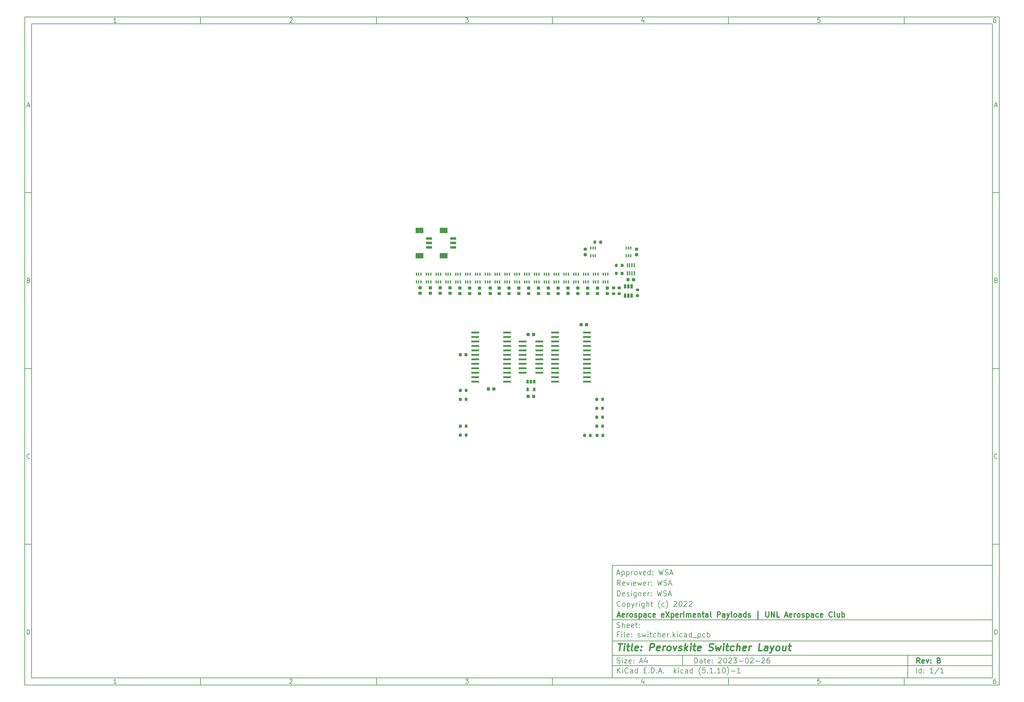
<source format=gbr>
%TF.GenerationSoftware,KiCad,Pcbnew,(5.1.10)-1*%
%TF.CreationDate,2023-02-26T14:00:58-06:00*%
%TF.ProjectId,switcher,73776974-6368-4657-922e-6b696361645f,B*%
%TF.SameCoordinates,Original*%
%TF.FileFunction,Paste,Top*%
%TF.FilePolarity,Positive*%
%FSLAX46Y46*%
G04 Gerber Fmt 4.6, Leading zero omitted, Abs format (unit mm)*
G04 Created by KiCad (PCBNEW (5.1.10)-1) date 2023-02-26 14:00:58*
%MOMM*%
%LPD*%
G01*
G04 APERTURE LIST*
%ADD10C,0.100000*%
%ADD11C,0.150000*%
%ADD12C,0.300000*%
%ADD13C,0.400000*%
%ADD14R,1.800000X0.700000*%
%ADD15R,2.200000X1.600000*%
%ADD16R,2.184400X0.558800*%
%ADD17R,0.355600X0.876300*%
%ADD18R,2.311400X0.558800*%
%ADD19R,0.650000X1.060000*%
%ADD20R,0.406400X1.219200*%
%ADD21R,0.650000X1.220000*%
G04 APERTURE END LIST*
D10*
D11*
X177002200Y-166007200D02*
X177002200Y-198007200D01*
X285002200Y-198007200D01*
X285002200Y-166007200D01*
X177002200Y-166007200D01*
D10*
D11*
X10000000Y-10000000D02*
X10000000Y-200007200D01*
X287002200Y-200007200D01*
X287002200Y-10000000D01*
X10000000Y-10000000D01*
D10*
D11*
X12000000Y-12000000D02*
X12000000Y-198007200D01*
X285002200Y-198007200D01*
X285002200Y-12000000D01*
X12000000Y-12000000D01*
D10*
D11*
X60000000Y-12000000D02*
X60000000Y-10000000D01*
D10*
D11*
X110000000Y-12000000D02*
X110000000Y-10000000D01*
D10*
D11*
X160000000Y-12000000D02*
X160000000Y-10000000D01*
D10*
D11*
X210000000Y-12000000D02*
X210000000Y-10000000D01*
D10*
D11*
X260000000Y-12000000D02*
X260000000Y-10000000D01*
D10*
D11*
X36065476Y-11588095D02*
X35322619Y-11588095D01*
X35694047Y-11588095D02*
X35694047Y-10288095D01*
X35570238Y-10473809D01*
X35446428Y-10597619D01*
X35322619Y-10659523D01*
D10*
D11*
X85322619Y-10411904D02*
X85384523Y-10350000D01*
X85508333Y-10288095D01*
X85817857Y-10288095D01*
X85941666Y-10350000D01*
X86003571Y-10411904D01*
X86065476Y-10535714D01*
X86065476Y-10659523D01*
X86003571Y-10845238D01*
X85260714Y-11588095D01*
X86065476Y-11588095D01*
D10*
D11*
X135260714Y-10288095D02*
X136065476Y-10288095D01*
X135632142Y-10783333D01*
X135817857Y-10783333D01*
X135941666Y-10845238D01*
X136003571Y-10907142D01*
X136065476Y-11030952D01*
X136065476Y-11340476D01*
X136003571Y-11464285D01*
X135941666Y-11526190D01*
X135817857Y-11588095D01*
X135446428Y-11588095D01*
X135322619Y-11526190D01*
X135260714Y-11464285D01*
D10*
D11*
X185941666Y-10721428D02*
X185941666Y-11588095D01*
X185632142Y-10226190D02*
X185322619Y-11154761D01*
X186127380Y-11154761D01*
D10*
D11*
X236003571Y-10288095D02*
X235384523Y-10288095D01*
X235322619Y-10907142D01*
X235384523Y-10845238D01*
X235508333Y-10783333D01*
X235817857Y-10783333D01*
X235941666Y-10845238D01*
X236003571Y-10907142D01*
X236065476Y-11030952D01*
X236065476Y-11340476D01*
X236003571Y-11464285D01*
X235941666Y-11526190D01*
X235817857Y-11588095D01*
X235508333Y-11588095D01*
X235384523Y-11526190D01*
X235322619Y-11464285D01*
D10*
D11*
X285941666Y-10288095D02*
X285694047Y-10288095D01*
X285570238Y-10350000D01*
X285508333Y-10411904D01*
X285384523Y-10597619D01*
X285322619Y-10845238D01*
X285322619Y-11340476D01*
X285384523Y-11464285D01*
X285446428Y-11526190D01*
X285570238Y-11588095D01*
X285817857Y-11588095D01*
X285941666Y-11526190D01*
X286003571Y-11464285D01*
X286065476Y-11340476D01*
X286065476Y-11030952D01*
X286003571Y-10907142D01*
X285941666Y-10845238D01*
X285817857Y-10783333D01*
X285570238Y-10783333D01*
X285446428Y-10845238D01*
X285384523Y-10907142D01*
X285322619Y-11030952D01*
D10*
D11*
X60000000Y-198007200D02*
X60000000Y-200007200D01*
D10*
D11*
X110000000Y-198007200D02*
X110000000Y-200007200D01*
D10*
D11*
X160000000Y-198007200D02*
X160000000Y-200007200D01*
D10*
D11*
X210000000Y-198007200D02*
X210000000Y-200007200D01*
D10*
D11*
X260000000Y-198007200D02*
X260000000Y-200007200D01*
D10*
D11*
X36065476Y-199595295D02*
X35322619Y-199595295D01*
X35694047Y-199595295D02*
X35694047Y-198295295D01*
X35570238Y-198481009D01*
X35446428Y-198604819D01*
X35322619Y-198666723D01*
D10*
D11*
X85322619Y-198419104D02*
X85384523Y-198357200D01*
X85508333Y-198295295D01*
X85817857Y-198295295D01*
X85941666Y-198357200D01*
X86003571Y-198419104D01*
X86065476Y-198542914D01*
X86065476Y-198666723D01*
X86003571Y-198852438D01*
X85260714Y-199595295D01*
X86065476Y-199595295D01*
D10*
D11*
X135260714Y-198295295D02*
X136065476Y-198295295D01*
X135632142Y-198790533D01*
X135817857Y-198790533D01*
X135941666Y-198852438D01*
X136003571Y-198914342D01*
X136065476Y-199038152D01*
X136065476Y-199347676D01*
X136003571Y-199471485D01*
X135941666Y-199533390D01*
X135817857Y-199595295D01*
X135446428Y-199595295D01*
X135322619Y-199533390D01*
X135260714Y-199471485D01*
D10*
D11*
X185941666Y-198728628D02*
X185941666Y-199595295D01*
X185632142Y-198233390D02*
X185322619Y-199161961D01*
X186127380Y-199161961D01*
D10*
D11*
X236003571Y-198295295D02*
X235384523Y-198295295D01*
X235322619Y-198914342D01*
X235384523Y-198852438D01*
X235508333Y-198790533D01*
X235817857Y-198790533D01*
X235941666Y-198852438D01*
X236003571Y-198914342D01*
X236065476Y-199038152D01*
X236065476Y-199347676D01*
X236003571Y-199471485D01*
X235941666Y-199533390D01*
X235817857Y-199595295D01*
X235508333Y-199595295D01*
X235384523Y-199533390D01*
X235322619Y-199471485D01*
D10*
D11*
X285941666Y-198295295D02*
X285694047Y-198295295D01*
X285570238Y-198357200D01*
X285508333Y-198419104D01*
X285384523Y-198604819D01*
X285322619Y-198852438D01*
X285322619Y-199347676D01*
X285384523Y-199471485D01*
X285446428Y-199533390D01*
X285570238Y-199595295D01*
X285817857Y-199595295D01*
X285941666Y-199533390D01*
X286003571Y-199471485D01*
X286065476Y-199347676D01*
X286065476Y-199038152D01*
X286003571Y-198914342D01*
X285941666Y-198852438D01*
X285817857Y-198790533D01*
X285570238Y-198790533D01*
X285446428Y-198852438D01*
X285384523Y-198914342D01*
X285322619Y-199038152D01*
D10*
D11*
X10000000Y-60000000D02*
X12000000Y-60000000D01*
D10*
D11*
X10000000Y-110000000D02*
X12000000Y-110000000D01*
D10*
D11*
X10000000Y-160000000D02*
X12000000Y-160000000D01*
D10*
D11*
X10690476Y-35216666D02*
X11309523Y-35216666D01*
X10566666Y-35588095D02*
X11000000Y-34288095D01*
X11433333Y-35588095D01*
D10*
D11*
X11092857Y-84907142D02*
X11278571Y-84969047D01*
X11340476Y-85030952D01*
X11402380Y-85154761D01*
X11402380Y-85340476D01*
X11340476Y-85464285D01*
X11278571Y-85526190D01*
X11154761Y-85588095D01*
X10659523Y-85588095D01*
X10659523Y-84288095D01*
X11092857Y-84288095D01*
X11216666Y-84350000D01*
X11278571Y-84411904D01*
X11340476Y-84535714D01*
X11340476Y-84659523D01*
X11278571Y-84783333D01*
X11216666Y-84845238D01*
X11092857Y-84907142D01*
X10659523Y-84907142D01*
D10*
D11*
X11402380Y-135464285D02*
X11340476Y-135526190D01*
X11154761Y-135588095D01*
X11030952Y-135588095D01*
X10845238Y-135526190D01*
X10721428Y-135402380D01*
X10659523Y-135278571D01*
X10597619Y-135030952D01*
X10597619Y-134845238D01*
X10659523Y-134597619D01*
X10721428Y-134473809D01*
X10845238Y-134350000D01*
X11030952Y-134288095D01*
X11154761Y-134288095D01*
X11340476Y-134350000D01*
X11402380Y-134411904D01*
D10*
D11*
X10659523Y-185588095D02*
X10659523Y-184288095D01*
X10969047Y-184288095D01*
X11154761Y-184350000D01*
X11278571Y-184473809D01*
X11340476Y-184597619D01*
X11402380Y-184845238D01*
X11402380Y-185030952D01*
X11340476Y-185278571D01*
X11278571Y-185402380D01*
X11154761Y-185526190D01*
X10969047Y-185588095D01*
X10659523Y-185588095D01*
D10*
D11*
X287002200Y-60000000D02*
X285002200Y-60000000D01*
D10*
D11*
X287002200Y-110000000D02*
X285002200Y-110000000D01*
D10*
D11*
X287002200Y-160000000D02*
X285002200Y-160000000D01*
D10*
D11*
X285692676Y-35216666D02*
X286311723Y-35216666D01*
X285568866Y-35588095D02*
X286002200Y-34288095D01*
X286435533Y-35588095D01*
D10*
D11*
X286095057Y-84907142D02*
X286280771Y-84969047D01*
X286342676Y-85030952D01*
X286404580Y-85154761D01*
X286404580Y-85340476D01*
X286342676Y-85464285D01*
X286280771Y-85526190D01*
X286156961Y-85588095D01*
X285661723Y-85588095D01*
X285661723Y-84288095D01*
X286095057Y-84288095D01*
X286218866Y-84350000D01*
X286280771Y-84411904D01*
X286342676Y-84535714D01*
X286342676Y-84659523D01*
X286280771Y-84783333D01*
X286218866Y-84845238D01*
X286095057Y-84907142D01*
X285661723Y-84907142D01*
D10*
D11*
X286404580Y-135464285D02*
X286342676Y-135526190D01*
X286156961Y-135588095D01*
X286033152Y-135588095D01*
X285847438Y-135526190D01*
X285723628Y-135402380D01*
X285661723Y-135278571D01*
X285599819Y-135030952D01*
X285599819Y-134845238D01*
X285661723Y-134597619D01*
X285723628Y-134473809D01*
X285847438Y-134350000D01*
X286033152Y-134288095D01*
X286156961Y-134288095D01*
X286342676Y-134350000D01*
X286404580Y-134411904D01*
D10*
D11*
X285661723Y-185588095D02*
X285661723Y-184288095D01*
X285971247Y-184288095D01*
X286156961Y-184350000D01*
X286280771Y-184473809D01*
X286342676Y-184597619D01*
X286404580Y-184845238D01*
X286404580Y-185030952D01*
X286342676Y-185278571D01*
X286280771Y-185402380D01*
X286156961Y-185526190D01*
X285971247Y-185588095D01*
X285661723Y-185588095D01*
D10*
D11*
X200434342Y-193785771D02*
X200434342Y-192285771D01*
X200791485Y-192285771D01*
X201005771Y-192357200D01*
X201148628Y-192500057D01*
X201220057Y-192642914D01*
X201291485Y-192928628D01*
X201291485Y-193142914D01*
X201220057Y-193428628D01*
X201148628Y-193571485D01*
X201005771Y-193714342D01*
X200791485Y-193785771D01*
X200434342Y-193785771D01*
X202577200Y-193785771D02*
X202577200Y-193000057D01*
X202505771Y-192857200D01*
X202362914Y-192785771D01*
X202077200Y-192785771D01*
X201934342Y-192857200D01*
X202577200Y-193714342D02*
X202434342Y-193785771D01*
X202077200Y-193785771D01*
X201934342Y-193714342D01*
X201862914Y-193571485D01*
X201862914Y-193428628D01*
X201934342Y-193285771D01*
X202077200Y-193214342D01*
X202434342Y-193214342D01*
X202577200Y-193142914D01*
X203077200Y-192785771D02*
X203648628Y-192785771D01*
X203291485Y-192285771D02*
X203291485Y-193571485D01*
X203362914Y-193714342D01*
X203505771Y-193785771D01*
X203648628Y-193785771D01*
X204720057Y-193714342D02*
X204577200Y-193785771D01*
X204291485Y-193785771D01*
X204148628Y-193714342D01*
X204077200Y-193571485D01*
X204077200Y-193000057D01*
X204148628Y-192857200D01*
X204291485Y-192785771D01*
X204577200Y-192785771D01*
X204720057Y-192857200D01*
X204791485Y-193000057D01*
X204791485Y-193142914D01*
X204077200Y-193285771D01*
X205434342Y-193642914D02*
X205505771Y-193714342D01*
X205434342Y-193785771D01*
X205362914Y-193714342D01*
X205434342Y-193642914D01*
X205434342Y-193785771D01*
X205434342Y-192857200D02*
X205505771Y-192928628D01*
X205434342Y-193000057D01*
X205362914Y-192928628D01*
X205434342Y-192857200D01*
X205434342Y-193000057D01*
X207220057Y-192428628D02*
X207291485Y-192357200D01*
X207434342Y-192285771D01*
X207791485Y-192285771D01*
X207934342Y-192357200D01*
X208005771Y-192428628D01*
X208077200Y-192571485D01*
X208077200Y-192714342D01*
X208005771Y-192928628D01*
X207148628Y-193785771D01*
X208077200Y-193785771D01*
X209005771Y-192285771D02*
X209148628Y-192285771D01*
X209291485Y-192357200D01*
X209362914Y-192428628D01*
X209434342Y-192571485D01*
X209505771Y-192857200D01*
X209505771Y-193214342D01*
X209434342Y-193500057D01*
X209362914Y-193642914D01*
X209291485Y-193714342D01*
X209148628Y-193785771D01*
X209005771Y-193785771D01*
X208862914Y-193714342D01*
X208791485Y-193642914D01*
X208720057Y-193500057D01*
X208648628Y-193214342D01*
X208648628Y-192857200D01*
X208720057Y-192571485D01*
X208791485Y-192428628D01*
X208862914Y-192357200D01*
X209005771Y-192285771D01*
X210077200Y-192428628D02*
X210148628Y-192357200D01*
X210291485Y-192285771D01*
X210648628Y-192285771D01*
X210791485Y-192357200D01*
X210862914Y-192428628D01*
X210934342Y-192571485D01*
X210934342Y-192714342D01*
X210862914Y-192928628D01*
X210005771Y-193785771D01*
X210934342Y-193785771D01*
X211434342Y-192285771D02*
X212362914Y-192285771D01*
X211862914Y-192857200D01*
X212077200Y-192857200D01*
X212220057Y-192928628D01*
X212291485Y-193000057D01*
X212362914Y-193142914D01*
X212362914Y-193500057D01*
X212291485Y-193642914D01*
X212220057Y-193714342D01*
X212077200Y-193785771D01*
X211648628Y-193785771D01*
X211505771Y-193714342D01*
X211434342Y-193642914D01*
X213005771Y-193214342D02*
X214148628Y-193214342D01*
X215148628Y-192285771D02*
X215291485Y-192285771D01*
X215434342Y-192357200D01*
X215505771Y-192428628D01*
X215577200Y-192571485D01*
X215648628Y-192857200D01*
X215648628Y-193214342D01*
X215577200Y-193500057D01*
X215505771Y-193642914D01*
X215434342Y-193714342D01*
X215291485Y-193785771D01*
X215148628Y-193785771D01*
X215005771Y-193714342D01*
X214934342Y-193642914D01*
X214862914Y-193500057D01*
X214791485Y-193214342D01*
X214791485Y-192857200D01*
X214862914Y-192571485D01*
X214934342Y-192428628D01*
X215005771Y-192357200D01*
X215148628Y-192285771D01*
X216220057Y-192428628D02*
X216291485Y-192357200D01*
X216434342Y-192285771D01*
X216791485Y-192285771D01*
X216934342Y-192357200D01*
X217005771Y-192428628D01*
X217077200Y-192571485D01*
X217077200Y-192714342D01*
X217005771Y-192928628D01*
X216148628Y-193785771D01*
X217077200Y-193785771D01*
X217720057Y-193214342D02*
X218862914Y-193214342D01*
X219505771Y-192428628D02*
X219577200Y-192357200D01*
X219720057Y-192285771D01*
X220077200Y-192285771D01*
X220220057Y-192357200D01*
X220291485Y-192428628D01*
X220362914Y-192571485D01*
X220362914Y-192714342D01*
X220291485Y-192928628D01*
X219434342Y-193785771D01*
X220362914Y-193785771D01*
X221648628Y-192285771D02*
X221362914Y-192285771D01*
X221220057Y-192357200D01*
X221148628Y-192428628D01*
X221005771Y-192642914D01*
X220934342Y-192928628D01*
X220934342Y-193500057D01*
X221005771Y-193642914D01*
X221077200Y-193714342D01*
X221220057Y-193785771D01*
X221505771Y-193785771D01*
X221648628Y-193714342D01*
X221720057Y-193642914D01*
X221791485Y-193500057D01*
X221791485Y-193142914D01*
X221720057Y-193000057D01*
X221648628Y-192928628D01*
X221505771Y-192857200D01*
X221220057Y-192857200D01*
X221077200Y-192928628D01*
X221005771Y-193000057D01*
X220934342Y-193142914D01*
D10*
D11*
X177002200Y-194507200D02*
X285002200Y-194507200D01*
D10*
D11*
X178434342Y-196585771D02*
X178434342Y-195085771D01*
X179291485Y-196585771D02*
X178648628Y-195728628D01*
X179291485Y-195085771D02*
X178434342Y-195942914D01*
X179934342Y-196585771D02*
X179934342Y-195585771D01*
X179934342Y-195085771D02*
X179862914Y-195157200D01*
X179934342Y-195228628D01*
X180005771Y-195157200D01*
X179934342Y-195085771D01*
X179934342Y-195228628D01*
X181505771Y-196442914D02*
X181434342Y-196514342D01*
X181220057Y-196585771D01*
X181077200Y-196585771D01*
X180862914Y-196514342D01*
X180720057Y-196371485D01*
X180648628Y-196228628D01*
X180577200Y-195942914D01*
X180577200Y-195728628D01*
X180648628Y-195442914D01*
X180720057Y-195300057D01*
X180862914Y-195157200D01*
X181077200Y-195085771D01*
X181220057Y-195085771D01*
X181434342Y-195157200D01*
X181505771Y-195228628D01*
X182791485Y-196585771D02*
X182791485Y-195800057D01*
X182720057Y-195657200D01*
X182577200Y-195585771D01*
X182291485Y-195585771D01*
X182148628Y-195657200D01*
X182791485Y-196514342D02*
X182648628Y-196585771D01*
X182291485Y-196585771D01*
X182148628Y-196514342D01*
X182077200Y-196371485D01*
X182077200Y-196228628D01*
X182148628Y-196085771D01*
X182291485Y-196014342D01*
X182648628Y-196014342D01*
X182791485Y-195942914D01*
X184148628Y-196585771D02*
X184148628Y-195085771D01*
X184148628Y-196514342D02*
X184005771Y-196585771D01*
X183720057Y-196585771D01*
X183577200Y-196514342D01*
X183505771Y-196442914D01*
X183434342Y-196300057D01*
X183434342Y-195871485D01*
X183505771Y-195728628D01*
X183577200Y-195657200D01*
X183720057Y-195585771D01*
X184005771Y-195585771D01*
X184148628Y-195657200D01*
X186005771Y-195800057D02*
X186505771Y-195800057D01*
X186720057Y-196585771D02*
X186005771Y-196585771D01*
X186005771Y-195085771D01*
X186720057Y-195085771D01*
X187362914Y-196442914D02*
X187434342Y-196514342D01*
X187362914Y-196585771D01*
X187291485Y-196514342D01*
X187362914Y-196442914D01*
X187362914Y-196585771D01*
X188077200Y-196585771D02*
X188077200Y-195085771D01*
X188434342Y-195085771D01*
X188648628Y-195157200D01*
X188791485Y-195300057D01*
X188862914Y-195442914D01*
X188934342Y-195728628D01*
X188934342Y-195942914D01*
X188862914Y-196228628D01*
X188791485Y-196371485D01*
X188648628Y-196514342D01*
X188434342Y-196585771D01*
X188077200Y-196585771D01*
X189577200Y-196442914D02*
X189648628Y-196514342D01*
X189577200Y-196585771D01*
X189505771Y-196514342D01*
X189577200Y-196442914D01*
X189577200Y-196585771D01*
X190220057Y-196157200D02*
X190934342Y-196157200D01*
X190077200Y-196585771D02*
X190577200Y-195085771D01*
X191077200Y-196585771D01*
X191577200Y-196442914D02*
X191648628Y-196514342D01*
X191577200Y-196585771D01*
X191505771Y-196514342D01*
X191577200Y-196442914D01*
X191577200Y-196585771D01*
X194577200Y-196585771D02*
X194577200Y-195085771D01*
X194720057Y-196014342D02*
X195148628Y-196585771D01*
X195148628Y-195585771D02*
X194577200Y-196157200D01*
X195791485Y-196585771D02*
X195791485Y-195585771D01*
X195791485Y-195085771D02*
X195720057Y-195157200D01*
X195791485Y-195228628D01*
X195862914Y-195157200D01*
X195791485Y-195085771D01*
X195791485Y-195228628D01*
X197148628Y-196514342D02*
X197005771Y-196585771D01*
X196720057Y-196585771D01*
X196577200Y-196514342D01*
X196505771Y-196442914D01*
X196434342Y-196300057D01*
X196434342Y-195871485D01*
X196505771Y-195728628D01*
X196577200Y-195657200D01*
X196720057Y-195585771D01*
X197005771Y-195585771D01*
X197148628Y-195657200D01*
X198434342Y-196585771D02*
X198434342Y-195800057D01*
X198362914Y-195657200D01*
X198220057Y-195585771D01*
X197934342Y-195585771D01*
X197791485Y-195657200D01*
X198434342Y-196514342D02*
X198291485Y-196585771D01*
X197934342Y-196585771D01*
X197791485Y-196514342D01*
X197720057Y-196371485D01*
X197720057Y-196228628D01*
X197791485Y-196085771D01*
X197934342Y-196014342D01*
X198291485Y-196014342D01*
X198434342Y-195942914D01*
X199791485Y-196585771D02*
X199791485Y-195085771D01*
X199791485Y-196514342D02*
X199648628Y-196585771D01*
X199362914Y-196585771D01*
X199220057Y-196514342D01*
X199148628Y-196442914D01*
X199077200Y-196300057D01*
X199077200Y-195871485D01*
X199148628Y-195728628D01*
X199220057Y-195657200D01*
X199362914Y-195585771D01*
X199648628Y-195585771D01*
X199791485Y-195657200D01*
X202077200Y-197157200D02*
X202005771Y-197085771D01*
X201862914Y-196871485D01*
X201791485Y-196728628D01*
X201720057Y-196514342D01*
X201648628Y-196157200D01*
X201648628Y-195871485D01*
X201720057Y-195514342D01*
X201791485Y-195300057D01*
X201862914Y-195157200D01*
X202005771Y-194942914D01*
X202077200Y-194871485D01*
X203362914Y-195085771D02*
X202648628Y-195085771D01*
X202577200Y-195800057D01*
X202648628Y-195728628D01*
X202791485Y-195657200D01*
X203148628Y-195657200D01*
X203291485Y-195728628D01*
X203362914Y-195800057D01*
X203434342Y-195942914D01*
X203434342Y-196300057D01*
X203362914Y-196442914D01*
X203291485Y-196514342D01*
X203148628Y-196585771D01*
X202791485Y-196585771D01*
X202648628Y-196514342D01*
X202577200Y-196442914D01*
X204077200Y-196442914D02*
X204148628Y-196514342D01*
X204077200Y-196585771D01*
X204005771Y-196514342D01*
X204077200Y-196442914D01*
X204077200Y-196585771D01*
X205577200Y-196585771D02*
X204720057Y-196585771D01*
X205148628Y-196585771D02*
X205148628Y-195085771D01*
X205005771Y-195300057D01*
X204862914Y-195442914D01*
X204720057Y-195514342D01*
X206220057Y-196442914D02*
X206291485Y-196514342D01*
X206220057Y-196585771D01*
X206148628Y-196514342D01*
X206220057Y-196442914D01*
X206220057Y-196585771D01*
X207720057Y-196585771D02*
X206862914Y-196585771D01*
X207291485Y-196585771D02*
X207291485Y-195085771D01*
X207148628Y-195300057D01*
X207005771Y-195442914D01*
X206862914Y-195514342D01*
X208648628Y-195085771D02*
X208791485Y-195085771D01*
X208934342Y-195157200D01*
X209005771Y-195228628D01*
X209077200Y-195371485D01*
X209148628Y-195657200D01*
X209148628Y-196014342D01*
X209077200Y-196300057D01*
X209005771Y-196442914D01*
X208934342Y-196514342D01*
X208791485Y-196585771D01*
X208648628Y-196585771D01*
X208505771Y-196514342D01*
X208434342Y-196442914D01*
X208362914Y-196300057D01*
X208291485Y-196014342D01*
X208291485Y-195657200D01*
X208362914Y-195371485D01*
X208434342Y-195228628D01*
X208505771Y-195157200D01*
X208648628Y-195085771D01*
X209648628Y-197157200D02*
X209720057Y-197085771D01*
X209862914Y-196871485D01*
X209934342Y-196728628D01*
X210005771Y-196514342D01*
X210077200Y-196157200D01*
X210077200Y-195871485D01*
X210005771Y-195514342D01*
X209934342Y-195300057D01*
X209862914Y-195157200D01*
X209720057Y-194942914D01*
X209648628Y-194871485D01*
X210791485Y-196014342D02*
X211934342Y-196014342D01*
X213434342Y-196585771D02*
X212577200Y-196585771D01*
X213005771Y-196585771D02*
X213005771Y-195085771D01*
X212862914Y-195300057D01*
X212720057Y-195442914D01*
X212577200Y-195514342D01*
D10*
D11*
X177002200Y-191507200D02*
X285002200Y-191507200D01*
D10*
D12*
X264411485Y-193785771D02*
X263911485Y-193071485D01*
X263554342Y-193785771D02*
X263554342Y-192285771D01*
X264125771Y-192285771D01*
X264268628Y-192357200D01*
X264340057Y-192428628D01*
X264411485Y-192571485D01*
X264411485Y-192785771D01*
X264340057Y-192928628D01*
X264268628Y-193000057D01*
X264125771Y-193071485D01*
X263554342Y-193071485D01*
X265625771Y-193714342D02*
X265482914Y-193785771D01*
X265197200Y-193785771D01*
X265054342Y-193714342D01*
X264982914Y-193571485D01*
X264982914Y-193000057D01*
X265054342Y-192857200D01*
X265197200Y-192785771D01*
X265482914Y-192785771D01*
X265625771Y-192857200D01*
X265697200Y-193000057D01*
X265697200Y-193142914D01*
X264982914Y-193285771D01*
X266197200Y-192785771D02*
X266554342Y-193785771D01*
X266911485Y-192785771D01*
X267482914Y-193642914D02*
X267554342Y-193714342D01*
X267482914Y-193785771D01*
X267411485Y-193714342D01*
X267482914Y-193642914D01*
X267482914Y-193785771D01*
X267482914Y-192857200D02*
X267554342Y-192928628D01*
X267482914Y-193000057D01*
X267411485Y-192928628D01*
X267482914Y-192857200D01*
X267482914Y-193000057D01*
X269840057Y-193000057D02*
X270054342Y-193071485D01*
X270125771Y-193142914D01*
X270197200Y-193285771D01*
X270197200Y-193500057D01*
X270125771Y-193642914D01*
X270054342Y-193714342D01*
X269911485Y-193785771D01*
X269340057Y-193785771D01*
X269340057Y-192285771D01*
X269840057Y-192285771D01*
X269982914Y-192357200D01*
X270054342Y-192428628D01*
X270125771Y-192571485D01*
X270125771Y-192714342D01*
X270054342Y-192857200D01*
X269982914Y-192928628D01*
X269840057Y-193000057D01*
X269340057Y-193000057D01*
D10*
D11*
X178362914Y-193714342D02*
X178577200Y-193785771D01*
X178934342Y-193785771D01*
X179077200Y-193714342D01*
X179148628Y-193642914D01*
X179220057Y-193500057D01*
X179220057Y-193357200D01*
X179148628Y-193214342D01*
X179077200Y-193142914D01*
X178934342Y-193071485D01*
X178648628Y-193000057D01*
X178505771Y-192928628D01*
X178434342Y-192857200D01*
X178362914Y-192714342D01*
X178362914Y-192571485D01*
X178434342Y-192428628D01*
X178505771Y-192357200D01*
X178648628Y-192285771D01*
X179005771Y-192285771D01*
X179220057Y-192357200D01*
X179862914Y-193785771D02*
X179862914Y-192785771D01*
X179862914Y-192285771D02*
X179791485Y-192357200D01*
X179862914Y-192428628D01*
X179934342Y-192357200D01*
X179862914Y-192285771D01*
X179862914Y-192428628D01*
X180434342Y-192785771D02*
X181220057Y-192785771D01*
X180434342Y-193785771D01*
X181220057Y-193785771D01*
X182362914Y-193714342D02*
X182220057Y-193785771D01*
X181934342Y-193785771D01*
X181791485Y-193714342D01*
X181720057Y-193571485D01*
X181720057Y-193000057D01*
X181791485Y-192857200D01*
X181934342Y-192785771D01*
X182220057Y-192785771D01*
X182362914Y-192857200D01*
X182434342Y-193000057D01*
X182434342Y-193142914D01*
X181720057Y-193285771D01*
X183077200Y-193642914D02*
X183148628Y-193714342D01*
X183077200Y-193785771D01*
X183005771Y-193714342D01*
X183077200Y-193642914D01*
X183077200Y-193785771D01*
X183077200Y-192857200D02*
X183148628Y-192928628D01*
X183077200Y-193000057D01*
X183005771Y-192928628D01*
X183077200Y-192857200D01*
X183077200Y-193000057D01*
X184862914Y-193357200D02*
X185577200Y-193357200D01*
X184720057Y-193785771D02*
X185220057Y-192285771D01*
X185720057Y-193785771D01*
X186862914Y-192785771D02*
X186862914Y-193785771D01*
X186505771Y-192214342D02*
X186148628Y-193285771D01*
X187077200Y-193285771D01*
D10*
D11*
X263434342Y-196585771D02*
X263434342Y-195085771D01*
X264791485Y-196585771D02*
X264791485Y-195085771D01*
X264791485Y-196514342D02*
X264648628Y-196585771D01*
X264362914Y-196585771D01*
X264220057Y-196514342D01*
X264148628Y-196442914D01*
X264077200Y-196300057D01*
X264077200Y-195871485D01*
X264148628Y-195728628D01*
X264220057Y-195657200D01*
X264362914Y-195585771D01*
X264648628Y-195585771D01*
X264791485Y-195657200D01*
X265505771Y-196442914D02*
X265577200Y-196514342D01*
X265505771Y-196585771D01*
X265434342Y-196514342D01*
X265505771Y-196442914D01*
X265505771Y-196585771D01*
X265505771Y-195657200D02*
X265577200Y-195728628D01*
X265505771Y-195800057D01*
X265434342Y-195728628D01*
X265505771Y-195657200D01*
X265505771Y-195800057D01*
X268148628Y-196585771D02*
X267291485Y-196585771D01*
X267720057Y-196585771D02*
X267720057Y-195085771D01*
X267577200Y-195300057D01*
X267434342Y-195442914D01*
X267291485Y-195514342D01*
X269862914Y-195014342D02*
X268577200Y-196942914D01*
X271148628Y-196585771D02*
X270291485Y-196585771D01*
X270720057Y-196585771D02*
X270720057Y-195085771D01*
X270577200Y-195300057D01*
X270434342Y-195442914D01*
X270291485Y-195514342D01*
D10*
D11*
X177002200Y-187507200D02*
X285002200Y-187507200D01*
D10*
D13*
X178714580Y-188211961D02*
X179857438Y-188211961D01*
X179036009Y-190211961D02*
X179286009Y-188211961D01*
X180274104Y-190211961D02*
X180440771Y-188878628D01*
X180524104Y-188211961D02*
X180416961Y-188307200D01*
X180500295Y-188402438D01*
X180607438Y-188307200D01*
X180524104Y-188211961D01*
X180500295Y-188402438D01*
X181107438Y-188878628D02*
X181869342Y-188878628D01*
X181476485Y-188211961D02*
X181262200Y-189926247D01*
X181333628Y-190116723D01*
X181512200Y-190211961D01*
X181702676Y-190211961D01*
X182655057Y-190211961D02*
X182476485Y-190116723D01*
X182405057Y-189926247D01*
X182619342Y-188211961D01*
X184190771Y-190116723D02*
X183988390Y-190211961D01*
X183607438Y-190211961D01*
X183428866Y-190116723D01*
X183357438Y-189926247D01*
X183452676Y-189164342D01*
X183571723Y-188973866D01*
X183774104Y-188878628D01*
X184155057Y-188878628D01*
X184333628Y-188973866D01*
X184405057Y-189164342D01*
X184381247Y-189354819D01*
X183405057Y-189545295D01*
X185155057Y-190021485D02*
X185238390Y-190116723D01*
X185131247Y-190211961D01*
X185047914Y-190116723D01*
X185155057Y-190021485D01*
X185131247Y-190211961D01*
X185286009Y-188973866D02*
X185369342Y-189069104D01*
X185262200Y-189164342D01*
X185178866Y-189069104D01*
X185286009Y-188973866D01*
X185262200Y-189164342D01*
X187607438Y-190211961D02*
X187857438Y-188211961D01*
X188619342Y-188211961D01*
X188797914Y-188307200D01*
X188881247Y-188402438D01*
X188952676Y-188592914D01*
X188916961Y-188878628D01*
X188797914Y-189069104D01*
X188690771Y-189164342D01*
X188488390Y-189259580D01*
X187726485Y-189259580D01*
X190381247Y-190116723D02*
X190178866Y-190211961D01*
X189797914Y-190211961D01*
X189619342Y-190116723D01*
X189547914Y-189926247D01*
X189643152Y-189164342D01*
X189762200Y-188973866D01*
X189964580Y-188878628D01*
X190345533Y-188878628D01*
X190524104Y-188973866D01*
X190595533Y-189164342D01*
X190571723Y-189354819D01*
X189595533Y-189545295D01*
X191321723Y-190211961D02*
X191488390Y-188878628D01*
X191440771Y-189259580D02*
X191559819Y-189069104D01*
X191666961Y-188973866D01*
X191869342Y-188878628D01*
X192059819Y-188878628D01*
X192845533Y-190211961D02*
X192666961Y-190116723D01*
X192583628Y-190021485D01*
X192512200Y-189831009D01*
X192583628Y-189259580D01*
X192702676Y-189069104D01*
X192809819Y-188973866D01*
X193012200Y-188878628D01*
X193297914Y-188878628D01*
X193476485Y-188973866D01*
X193559819Y-189069104D01*
X193631247Y-189259580D01*
X193559819Y-189831009D01*
X193440771Y-190021485D01*
X193333628Y-190116723D01*
X193131247Y-190211961D01*
X192845533Y-190211961D01*
X194345533Y-188878628D02*
X194655057Y-190211961D01*
X195297914Y-188878628D01*
X195809819Y-190116723D02*
X195988390Y-190211961D01*
X196369342Y-190211961D01*
X196571723Y-190116723D01*
X196690771Y-189926247D01*
X196702676Y-189831009D01*
X196631247Y-189640533D01*
X196452676Y-189545295D01*
X196166961Y-189545295D01*
X195988390Y-189450057D01*
X195916961Y-189259580D01*
X195928866Y-189164342D01*
X196047914Y-188973866D01*
X196250295Y-188878628D01*
X196536009Y-188878628D01*
X196714580Y-188973866D01*
X197512200Y-190211961D02*
X197762200Y-188211961D01*
X197797914Y-189450057D02*
X198274104Y-190211961D01*
X198440771Y-188878628D02*
X197583628Y-189640533D01*
X199131247Y-190211961D02*
X199297914Y-188878628D01*
X199381247Y-188211961D02*
X199274104Y-188307200D01*
X199357438Y-188402438D01*
X199464580Y-188307200D01*
X199381247Y-188211961D01*
X199357438Y-188402438D01*
X199964580Y-188878628D02*
X200726485Y-188878628D01*
X200333628Y-188211961D02*
X200119342Y-189926247D01*
X200190771Y-190116723D01*
X200369342Y-190211961D01*
X200559819Y-190211961D01*
X202000295Y-190116723D02*
X201797914Y-190211961D01*
X201416961Y-190211961D01*
X201238390Y-190116723D01*
X201166961Y-189926247D01*
X201262200Y-189164342D01*
X201381247Y-188973866D01*
X201583628Y-188878628D01*
X201964580Y-188878628D01*
X202143152Y-188973866D01*
X202214580Y-189164342D01*
X202190771Y-189354819D01*
X201214580Y-189545295D01*
X204381247Y-190116723D02*
X204655057Y-190211961D01*
X205131247Y-190211961D01*
X205333628Y-190116723D01*
X205440771Y-190021485D01*
X205559819Y-189831009D01*
X205583628Y-189640533D01*
X205512200Y-189450057D01*
X205428866Y-189354819D01*
X205250295Y-189259580D01*
X204881247Y-189164342D01*
X204702676Y-189069104D01*
X204619342Y-188973866D01*
X204547914Y-188783390D01*
X204571723Y-188592914D01*
X204690771Y-188402438D01*
X204797914Y-188307200D01*
X205000295Y-188211961D01*
X205476485Y-188211961D01*
X205750295Y-188307200D01*
X206345533Y-188878628D02*
X206559819Y-190211961D01*
X207059819Y-189259580D01*
X207321723Y-190211961D01*
X207869342Y-188878628D01*
X208464580Y-190211961D02*
X208631247Y-188878628D01*
X208714580Y-188211961D02*
X208607438Y-188307200D01*
X208690771Y-188402438D01*
X208797914Y-188307200D01*
X208714580Y-188211961D01*
X208690771Y-188402438D01*
X209297914Y-188878628D02*
X210059819Y-188878628D01*
X209666961Y-188211961D02*
X209452676Y-189926247D01*
X209524104Y-190116723D01*
X209702676Y-190211961D01*
X209893152Y-190211961D01*
X211428866Y-190116723D02*
X211226485Y-190211961D01*
X210845533Y-190211961D01*
X210666961Y-190116723D01*
X210583628Y-190021485D01*
X210512200Y-189831009D01*
X210583628Y-189259580D01*
X210702676Y-189069104D01*
X210809819Y-188973866D01*
X211012200Y-188878628D01*
X211393152Y-188878628D01*
X211571723Y-188973866D01*
X212274104Y-190211961D02*
X212524104Y-188211961D01*
X213131247Y-190211961D02*
X213262200Y-189164342D01*
X213190771Y-188973866D01*
X213012200Y-188878628D01*
X212726485Y-188878628D01*
X212524104Y-188973866D01*
X212416961Y-189069104D01*
X214857438Y-190116723D02*
X214655057Y-190211961D01*
X214274104Y-190211961D01*
X214095533Y-190116723D01*
X214024104Y-189926247D01*
X214119342Y-189164342D01*
X214238390Y-188973866D01*
X214440771Y-188878628D01*
X214821723Y-188878628D01*
X215000295Y-188973866D01*
X215071723Y-189164342D01*
X215047914Y-189354819D01*
X214071723Y-189545295D01*
X215797914Y-190211961D02*
X215964580Y-188878628D01*
X215916961Y-189259580D02*
X216036009Y-189069104D01*
X216143152Y-188973866D01*
X216345533Y-188878628D01*
X216536009Y-188878628D01*
X219512200Y-190211961D02*
X218559819Y-190211961D01*
X218809819Y-188211961D01*
X221036009Y-190211961D02*
X221166961Y-189164342D01*
X221095533Y-188973866D01*
X220916961Y-188878628D01*
X220536009Y-188878628D01*
X220333628Y-188973866D01*
X221047914Y-190116723D02*
X220845533Y-190211961D01*
X220369342Y-190211961D01*
X220190771Y-190116723D01*
X220119342Y-189926247D01*
X220143152Y-189735771D01*
X220262200Y-189545295D01*
X220464580Y-189450057D01*
X220940771Y-189450057D01*
X221143152Y-189354819D01*
X221964580Y-188878628D02*
X222274104Y-190211961D01*
X222916961Y-188878628D02*
X222274104Y-190211961D01*
X222024104Y-190688152D01*
X221916961Y-190783390D01*
X221714580Y-190878628D01*
X223797914Y-190211961D02*
X223619342Y-190116723D01*
X223536009Y-190021485D01*
X223464580Y-189831009D01*
X223536009Y-189259580D01*
X223655057Y-189069104D01*
X223762200Y-188973866D01*
X223964580Y-188878628D01*
X224250295Y-188878628D01*
X224428866Y-188973866D01*
X224512200Y-189069104D01*
X224583628Y-189259580D01*
X224512199Y-189831009D01*
X224393152Y-190021485D01*
X224286009Y-190116723D01*
X224083628Y-190211961D01*
X223797914Y-190211961D01*
X226345533Y-188878628D02*
X226178866Y-190211961D01*
X225488390Y-188878628D02*
X225357438Y-189926247D01*
X225428866Y-190116723D01*
X225607438Y-190211961D01*
X225893152Y-190211961D01*
X226095533Y-190116723D01*
X226202676Y-190021485D01*
X227012199Y-188878628D02*
X227774104Y-188878628D01*
X227381247Y-188211961D02*
X227166961Y-189926247D01*
X227238390Y-190116723D01*
X227416961Y-190211961D01*
X227607438Y-190211961D01*
D10*
D11*
X178934342Y-185600057D02*
X178434342Y-185600057D01*
X178434342Y-186385771D02*
X178434342Y-184885771D01*
X179148628Y-184885771D01*
X179720057Y-186385771D02*
X179720057Y-185385771D01*
X179720057Y-184885771D02*
X179648628Y-184957200D01*
X179720057Y-185028628D01*
X179791485Y-184957200D01*
X179720057Y-184885771D01*
X179720057Y-185028628D01*
X180648628Y-186385771D02*
X180505771Y-186314342D01*
X180434342Y-186171485D01*
X180434342Y-184885771D01*
X181791485Y-186314342D02*
X181648628Y-186385771D01*
X181362914Y-186385771D01*
X181220057Y-186314342D01*
X181148628Y-186171485D01*
X181148628Y-185600057D01*
X181220057Y-185457200D01*
X181362914Y-185385771D01*
X181648628Y-185385771D01*
X181791485Y-185457200D01*
X181862914Y-185600057D01*
X181862914Y-185742914D01*
X181148628Y-185885771D01*
X182505771Y-186242914D02*
X182577200Y-186314342D01*
X182505771Y-186385771D01*
X182434342Y-186314342D01*
X182505771Y-186242914D01*
X182505771Y-186385771D01*
X182505771Y-185457200D02*
X182577200Y-185528628D01*
X182505771Y-185600057D01*
X182434342Y-185528628D01*
X182505771Y-185457200D01*
X182505771Y-185600057D01*
X184291485Y-186314342D02*
X184434342Y-186385771D01*
X184720057Y-186385771D01*
X184862914Y-186314342D01*
X184934342Y-186171485D01*
X184934342Y-186100057D01*
X184862914Y-185957200D01*
X184720057Y-185885771D01*
X184505771Y-185885771D01*
X184362914Y-185814342D01*
X184291485Y-185671485D01*
X184291485Y-185600057D01*
X184362914Y-185457200D01*
X184505771Y-185385771D01*
X184720057Y-185385771D01*
X184862914Y-185457200D01*
X185434342Y-185385771D02*
X185720057Y-186385771D01*
X186005771Y-185671485D01*
X186291485Y-186385771D01*
X186577200Y-185385771D01*
X187148628Y-186385771D02*
X187148628Y-185385771D01*
X187148628Y-184885771D02*
X187077200Y-184957200D01*
X187148628Y-185028628D01*
X187220057Y-184957200D01*
X187148628Y-184885771D01*
X187148628Y-185028628D01*
X187648628Y-185385771D02*
X188220057Y-185385771D01*
X187862914Y-184885771D02*
X187862914Y-186171485D01*
X187934342Y-186314342D01*
X188077200Y-186385771D01*
X188220057Y-186385771D01*
X189362914Y-186314342D02*
X189220057Y-186385771D01*
X188934342Y-186385771D01*
X188791485Y-186314342D01*
X188720057Y-186242914D01*
X188648628Y-186100057D01*
X188648628Y-185671485D01*
X188720057Y-185528628D01*
X188791485Y-185457200D01*
X188934342Y-185385771D01*
X189220057Y-185385771D01*
X189362914Y-185457200D01*
X190005771Y-186385771D02*
X190005771Y-184885771D01*
X190648628Y-186385771D02*
X190648628Y-185600057D01*
X190577200Y-185457200D01*
X190434342Y-185385771D01*
X190220057Y-185385771D01*
X190077200Y-185457200D01*
X190005771Y-185528628D01*
X191934342Y-186314342D02*
X191791485Y-186385771D01*
X191505771Y-186385771D01*
X191362914Y-186314342D01*
X191291485Y-186171485D01*
X191291485Y-185600057D01*
X191362914Y-185457200D01*
X191505771Y-185385771D01*
X191791485Y-185385771D01*
X191934342Y-185457200D01*
X192005771Y-185600057D01*
X192005771Y-185742914D01*
X191291485Y-185885771D01*
X192648628Y-186385771D02*
X192648628Y-185385771D01*
X192648628Y-185671485D02*
X192720057Y-185528628D01*
X192791485Y-185457200D01*
X192934342Y-185385771D01*
X193077200Y-185385771D01*
X193577200Y-186242914D02*
X193648628Y-186314342D01*
X193577200Y-186385771D01*
X193505771Y-186314342D01*
X193577200Y-186242914D01*
X193577200Y-186385771D01*
X194291485Y-186385771D02*
X194291485Y-184885771D01*
X194434342Y-185814342D02*
X194862914Y-186385771D01*
X194862914Y-185385771D02*
X194291485Y-185957200D01*
X195505771Y-186385771D02*
X195505771Y-185385771D01*
X195505771Y-184885771D02*
X195434342Y-184957200D01*
X195505771Y-185028628D01*
X195577200Y-184957200D01*
X195505771Y-184885771D01*
X195505771Y-185028628D01*
X196862914Y-186314342D02*
X196720057Y-186385771D01*
X196434342Y-186385771D01*
X196291485Y-186314342D01*
X196220057Y-186242914D01*
X196148628Y-186100057D01*
X196148628Y-185671485D01*
X196220057Y-185528628D01*
X196291485Y-185457200D01*
X196434342Y-185385771D01*
X196720057Y-185385771D01*
X196862914Y-185457200D01*
X198148628Y-186385771D02*
X198148628Y-185600057D01*
X198077200Y-185457200D01*
X197934342Y-185385771D01*
X197648628Y-185385771D01*
X197505771Y-185457200D01*
X198148628Y-186314342D02*
X198005771Y-186385771D01*
X197648628Y-186385771D01*
X197505771Y-186314342D01*
X197434342Y-186171485D01*
X197434342Y-186028628D01*
X197505771Y-185885771D01*
X197648628Y-185814342D01*
X198005771Y-185814342D01*
X198148628Y-185742914D01*
X199505771Y-186385771D02*
X199505771Y-184885771D01*
X199505771Y-186314342D02*
X199362914Y-186385771D01*
X199077200Y-186385771D01*
X198934342Y-186314342D01*
X198862914Y-186242914D01*
X198791485Y-186100057D01*
X198791485Y-185671485D01*
X198862914Y-185528628D01*
X198934342Y-185457200D01*
X199077200Y-185385771D01*
X199362914Y-185385771D01*
X199505771Y-185457200D01*
X199862914Y-186528628D02*
X201005771Y-186528628D01*
X201362914Y-185385771D02*
X201362914Y-186885771D01*
X201362914Y-185457200D02*
X201505771Y-185385771D01*
X201791485Y-185385771D01*
X201934342Y-185457200D01*
X202005771Y-185528628D01*
X202077200Y-185671485D01*
X202077200Y-186100057D01*
X202005771Y-186242914D01*
X201934342Y-186314342D01*
X201791485Y-186385771D01*
X201505771Y-186385771D01*
X201362914Y-186314342D01*
X203362914Y-186314342D02*
X203220057Y-186385771D01*
X202934342Y-186385771D01*
X202791485Y-186314342D01*
X202720057Y-186242914D01*
X202648628Y-186100057D01*
X202648628Y-185671485D01*
X202720057Y-185528628D01*
X202791485Y-185457200D01*
X202934342Y-185385771D01*
X203220057Y-185385771D01*
X203362914Y-185457200D01*
X204005771Y-186385771D02*
X204005771Y-184885771D01*
X204005771Y-185457200D02*
X204148628Y-185385771D01*
X204434342Y-185385771D01*
X204577200Y-185457200D01*
X204648628Y-185528628D01*
X204720057Y-185671485D01*
X204720057Y-186100057D01*
X204648628Y-186242914D01*
X204577200Y-186314342D01*
X204434342Y-186385771D01*
X204148628Y-186385771D01*
X204005771Y-186314342D01*
D10*
D11*
X177002200Y-181507200D02*
X285002200Y-181507200D01*
D10*
D11*
X178362914Y-183614342D02*
X178577200Y-183685771D01*
X178934342Y-183685771D01*
X179077200Y-183614342D01*
X179148628Y-183542914D01*
X179220057Y-183400057D01*
X179220057Y-183257200D01*
X179148628Y-183114342D01*
X179077200Y-183042914D01*
X178934342Y-182971485D01*
X178648628Y-182900057D01*
X178505771Y-182828628D01*
X178434342Y-182757200D01*
X178362914Y-182614342D01*
X178362914Y-182471485D01*
X178434342Y-182328628D01*
X178505771Y-182257200D01*
X178648628Y-182185771D01*
X179005771Y-182185771D01*
X179220057Y-182257200D01*
X179862914Y-183685771D02*
X179862914Y-182185771D01*
X180505771Y-183685771D02*
X180505771Y-182900057D01*
X180434342Y-182757200D01*
X180291485Y-182685771D01*
X180077200Y-182685771D01*
X179934342Y-182757200D01*
X179862914Y-182828628D01*
X181791485Y-183614342D02*
X181648628Y-183685771D01*
X181362914Y-183685771D01*
X181220057Y-183614342D01*
X181148628Y-183471485D01*
X181148628Y-182900057D01*
X181220057Y-182757200D01*
X181362914Y-182685771D01*
X181648628Y-182685771D01*
X181791485Y-182757200D01*
X181862914Y-182900057D01*
X181862914Y-183042914D01*
X181148628Y-183185771D01*
X183077200Y-183614342D02*
X182934342Y-183685771D01*
X182648628Y-183685771D01*
X182505771Y-183614342D01*
X182434342Y-183471485D01*
X182434342Y-182900057D01*
X182505771Y-182757200D01*
X182648628Y-182685771D01*
X182934342Y-182685771D01*
X183077200Y-182757200D01*
X183148628Y-182900057D01*
X183148628Y-183042914D01*
X182434342Y-183185771D01*
X183577200Y-182685771D02*
X184148628Y-182685771D01*
X183791485Y-182185771D02*
X183791485Y-183471485D01*
X183862914Y-183614342D01*
X184005771Y-183685771D01*
X184148628Y-183685771D01*
X184648628Y-183542914D02*
X184720057Y-183614342D01*
X184648628Y-183685771D01*
X184577200Y-183614342D01*
X184648628Y-183542914D01*
X184648628Y-183685771D01*
X184648628Y-182757200D02*
X184720057Y-182828628D01*
X184648628Y-182900057D01*
X184577200Y-182828628D01*
X184648628Y-182757200D01*
X184648628Y-182900057D01*
D10*
D12*
X178482914Y-180257200D02*
X179197200Y-180257200D01*
X178340057Y-180685771D02*
X178840057Y-179185771D01*
X179340057Y-180685771D01*
X180411485Y-180614342D02*
X180268628Y-180685771D01*
X179982914Y-180685771D01*
X179840057Y-180614342D01*
X179768628Y-180471485D01*
X179768628Y-179900057D01*
X179840057Y-179757200D01*
X179982914Y-179685771D01*
X180268628Y-179685771D01*
X180411485Y-179757200D01*
X180482914Y-179900057D01*
X180482914Y-180042914D01*
X179768628Y-180185771D01*
X181125771Y-180685771D02*
X181125771Y-179685771D01*
X181125771Y-179971485D02*
X181197200Y-179828628D01*
X181268628Y-179757200D01*
X181411485Y-179685771D01*
X181554342Y-179685771D01*
X182268628Y-180685771D02*
X182125771Y-180614342D01*
X182054342Y-180542914D01*
X181982914Y-180400057D01*
X181982914Y-179971485D01*
X182054342Y-179828628D01*
X182125771Y-179757200D01*
X182268628Y-179685771D01*
X182482914Y-179685771D01*
X182625771Y-179757200D01*
X182697200Y-179828628D01*
X182768628Y-179971485D01*
X182768628Y-180400057D01*
X182697200Y-180542914D01*
X182625771Y-180614342D01*
X182482914Y-180685771D01*
X182268628Y-180685771D01*
X183340057Y-180614342D02*
X183482914Y-180685771D01*
X183768628Y-180685771D01*
X183911485Y-180614342D01*
X183982914Y-180471485D01*
X183982914Y-180400057D01*
X183911485Y-180257200D01*
X183768628Y-180185771D01*
X183554342Y-180185771D01*
X183411485Y-180114342D01*
X183340057Y-179971485D01*
X183340057Y-179900057D01*
X183411485Y-179757200D01*
X183554342Y-179685771D01*
X183768628Y-179685771D01*
X183911485Y-179757200D01*
X184625771Y-179685771D02*
X184625771Y-181185771D01*
X184625771Y-179757200D02*
X184768628Y-179685771D01*
X185054342Y-179685771D01*
X185197200Y-179757200D01*
X185268628Y-179828628D01*
X185340057Y-179971485D01*
X185340057Y-180400057D01*
X185268628Y-180542914D01*
X185197200Y-180614342D01*
X185054342Y-180685771D01*
X184768628Y-180685771D01*
X184625771Y-180614342D01*
X186625771Y-180685771D02*
X186625771Y-179900057D01*
X186554342Y-179757200D01*
X186411485Y-179685771D01*
X186125771Y-179685771D01*
X185982914Y-179757200D01*
X186625771Y-180614342D02*
X186482914Y-180685771D01*
X186125771Y-180685771D01*
X185982914Y-180614342D01*
X185911485Y-180471485D01*
X185911485Y-180328628D01*
X185982914Y-180185771D01*
X186125771Y-180114342D01*
X186482914Y-180114342D01*
X186625771Y-180042914D01*
X187982914Y-180614342D02*
X187840057Y-180685771D01*
X187554342Y-180685771D01*
X187411485Y-180614342D01*
X187340057Y-180542914D01*
X187268628Y-180400057D01*
X187268628Y-179971485D01*
X187340057Y-179828628D01*
X187411485Y-179757200D01*
X187554342Y-179685771D01*
X187840057Y-179685771D01*
X187982914Y-179757200D01*
X189197200Y-180614342D02*
X189054342Y-180685771D01*
X188768628Y-180685771D01*
X188625771Y-180614342D01*
X188554342Y-180471485D01*
X188554342Y-179900057D01*
X188625771Y-179757200D01*
X188768628Y-179685771D01*
X189054342Y-179685771D01*
X189197200Y-179757200D01*
X189268628Y-179900057D01*
X189268628Y-180042914D01*
X188554342Y-180185771D01*
X191625771Y-180614342D02*
X191482914Y-180685771D01*
X191197200Y-180685771D01*
X191054342Y-180614342D01*
X190982914Y-180471485D01*
X190982914Y-179900057D01*
X191054342Y-179757200D01*
X191197200Y-179685771D01*
X191482914Y-179685771D01*
X191625771Y-179757200D01*
X191697200Y-179900057D01*
X191697200Y-180042914D01*
X190982914Y-180185771D01*
X192197200Y-179185771D02*
X193197200Y-180685771D01*
X193197200Y-179185771D02*
X192197200Y-180685771D01*
X193768628Y-179685771D02*
X193768628Y-181185771D01*
X193768628Y-179757200D02*
X193911485Y-179685771D01*
X194197200Y-179685771D01*
X194340057Y-179757200D01*
X194411485Y-179828628D01*
X194482914Y-179971485D01*
X194482914Y-180400057D01*
X194411485Y-180542914D01*
X194340057Y-180614342D01*
X194197200Y-180685771D01*
X193911485Y-180685771D01*
X193768628Y-180614342D01*
X195697200Y-180614342D02*
X195554342Y-180685771D01*
X195268628Y-180685771D01*
X195125771Y-180614342D01*
X195054342Y-180471485D01*
X195054342Y-179900057D01*
X195125771Y-179757200D01*
X195268628Y-179685771D01*
X195554342Y-179685771D01*
X195697200Y-179757200D01*
X195768628Y-179900057D01*
X195768628Y-180042914D01*
X195054342Y-180185771D01*
X196411485Y-180685771D02*
X196411485Y-179685771D01*
X196411485Y-179971485D02*
X196482914Y-179828628D01*
X196554342Y-179757200D01*
X196697200Y-179685771D01*
X196840057Y-179685771D01*
X197340057Y-180685771D02*
X197340057Y-179685771D01*
X197340057Y-179185771D02*
X197268628Y-179257200D01*
X197340057Y-179328628D01*
X197411485Y-179257200D01*
X197340057Y-179185771D01*
X197340057Y-179328628D01*
X198054342Y-180685771D02*
X198054342Y-179685771D01*
X198054342Y-179828628D02*
X198125771Y-179757200D01*
X198268628Y-179685771D01*
X198482914Y-179685771D01*
X198625771Y-179757200D01*
X198697200Y-179900057D01*
X198697200Y-180685771D01*
X198697200Y-179900057D02*
X198768628Y-179757200D01*
X198911485Y-179685771D01*
X199125771Y-179685771D01*
X199268628Y-179757200D01*
X199340057Y-179900057D01*
X199340057Y-180685771D01*
X200625771Y-180614342D02*
X200482914Y-180685771D01*
X200197200Y-180685771D01*
X200054342Y-180614342D01*
X199982914Y-180471485D01*
X199982914Y-179900057D01*
X200054342Y-179757200D01*
X200197200Y-179685771D01*
X200482914Y-179685771D01*
X200625771Y-179757200D01*
X200697200Y-179900057D01*
X200697200Y-180042914D01*
X199982914Y-180185771D01*
X201340057Y-179685771D02*
X201340057Y-180685771D01*
X201340057Y-179828628D02*
X201411485Y-179757200D01*
X201554342Y-179685771D01*
X201768628Y-179685771D01*
X201911485Y-179757200D01*
X201982914Y-179900057D01*
X201982914Y-180685771D01*
X202482914Y-179685771D02*
X203054342Y-179685771D01*
X202697200Y-179185771D02*
X202697200Y-180471485D01*
X202768628Y-180614342D01*
X202911485Y-180685771D01*
X203054342Y-180685771D01*
X204197200Y-180685771D02*
X204197200Y-179900057D01*
X204125771Y-179757200D01*
X203982914Y-179685771D01*
X203697200Y-179685771D01*
X203554342Y-179757200D01*
X204197200Y-180614342D02*
X204054342Y-180685771D01*
X203697200Y-180685771D01*
X203554342Y-180614342D01*
X203482914Y-180471485D01*
X203482914Y-180328628D01*
X203554342Y-180185771D01*
X203697200Y-180114342D01*
X204054342Y-180114342D01*
X204197200Y-180042914D01*
X205125771Y-180685771D02*
X204982914Y-180614342D01*
X204911485Y-180471485D01*
X204911485Y-179185771D01*
X206840057Y-180685771D02*
X206840057Y-179185771D01*
X207411485Y-179185771D01*
X207554342Y-179257200D01*
X207625771Y-179328628D01*
X207697200Y-179471485D01*
X207697200Y-179685771D01*
X207625771Y-179828628D01*
X207554342Y-179900057D01*
X207411485Y-179971485D01*
X206840057Y-179971485D01*
X208982914Y-180685771D02*
X208982914Y-179900057D01*
X208911485Y-179757200D01*
X208768628Y-179685771D01*
X208482914Y-179685771D01*
X208340057Y-179757200D01*
X208982914Y-180614342D02*
X208840057Y-180685771D01*
X208482914Y-180685771D01*
X208340057Y-180614342D01*
X208268628Y-180471485D01*
X208268628Y-180328628D01*
X208340057Y-180185771D01*
X208482914Y-180114342D01*
X208840057Y-180114342D01*
X208982914Y-180042914D01*
X209554342Y-179685771D02*
X209911485Y-180685771D01*
X210268628Y-179685771D02*
X209911485Y-180685771D01*
X209768628Y-181042914D01*
X209697200Y-181114342D01*
X209554342Y-181185771D01*
X211054342Y-180685771D02*
X210911485Y-180614342D01*
X210840057Y-180471485D01*
X210840057Y-179185771D01*
X211840057Y-180685771D02*
X211697200Y-180614342D01*
X211625771Y-180542914D01*
X211554342Y-180400057D01*
X211554342Y-179971485D01*
X211625771Y-179828628D01*
X211697200Y-179757200D01*
X211840057Y-179685771D01*
X212054342Y-179685771D01*
X212197200Y-179757200D01*
X212268628Y-179828628D01*
X212340057Y-179971485D01*
X212340057Y-180400057D01*
X212268628Y-180542914D01*
X212197200Y-180614342D01*
X212054342Y-180685771D01*
X211840057Y-180685771D01*
X213625771Y-180685771D02*
X213625771Y-179900057D01*
X213554342Y-179757200D01*
X213411485Y-179685771D01*
X213125771Y-179685771D01*
X212982914Y-179757200D01*
X213625771Y-180614342D02*
X213482914Y-180685771D01*
X213125771Y-180685771D01*
X212982914Y-180614342D01*
X212911485Y-180471485D01*
X212911485Y-180328628D01*
X212982914Y-180185771D01*
X213125771Y-180114342D01*
X213482914Y-180114342D01*
X213625771Y-180042914D01*
X214982914Y-180685771D02*
X214982914Y-179185771D01*
X214982914Y-180614342D02*
X214840057Y-180685771D01*
X214554342Y-180685771D01*
X214411485Y-180614342D01*
X214340057Y-180542914D01*
X214268628Y-180400057D01*
X214268628Y-179971485D01*
X214340057Y-179828628D01*
X214411485Y-179757200D01*
X214554342Y-179685771D01*
X214840057Y-179685771D01*
X214982914Y-179757200D01*
X215625771Y-180614342D02*
X215768628Y-180685771D01*
X216054342Y-180685771D01*
X216197200Y-180614342D01*
X216268628Y-180471485D01*
X216268628Y-180400057D01*
X216197200Y-180257200D01*
X216054342Y-180185771D01*
X215840057Y-180185771D01*
X215697200Y-180114342D01*
X215625771Y-179971485D01*
X215625771Y-179900057D01*
X215697200Y-179757200D01*
X215840057Y-179685771D01*
X216054342Y-179685771D01*
X216197200Y-179757200D01*
X218411485Y-181185771D02*
X218411485Y-179042914D01*
X220625771Y-179185771D02*
X220625771Y-180400057D01*
X220697200Y-180542914D01*
X220768628Y-180614342D01*
X220911485Y-180685771D01*
X221197200Y-180685771D01*
X221340057Y-180614342D01*
X221411485Y-180542914D01*
X221482914Y-180400057D01*
X221482914Y-179185771D01*
X222197200Y-180685771D02*
X222197200Y-179185771D01*
X223054342Y-180685771D01*
X223054342Y-179185771D01*
X224482914Y-180685771D02*
X223768628Y-180685771D01*
X223768628Y-179185771D01*
X226054342Y-180257200D02*
X226768628Y-180257200D01*
X225911485Y-180685771D02*
X226411485Y-179185771D01*
X226911485Y-180685771D01*
X227982914Y-180614342D02*
X227840057Y-180685771D01*
X227554342Y-180685771D01*
X227411485Y-180614342D01*
X227340057Y-180471485D01*
X227340057Y-179900057D01*
X227411485Y-179757200D01*
X227554342Y-179685771D01*
X227840057Y-179685771D01*
X227982914Y-179757200D01*
X228054342Y-179900057D01*
X228054342Y-180042914D01*
X227340057Y-180185771D01*
X228697200Y-180685771D02*
X228697200Y-179685771D01*
X228697200Y-179971485D02*
X228768628Y-179828628D01*
X228840057Y-179757200D01*
X228982914Y-179685771D01*
X229125771Y-179685771D01*
X229840057Y-180685771D02*
X229697200Y-180614342D01*
X229625771Y-180542914D01*
X229554342Y-180400057D01*
X229554342Y-179971485D01*
X229625771Y-179828628D01*
X229697200Y-179757200D01*
X229840057Y-179685771D01*
X230054342Y-179685771D01*
X230197200Y-179757200D01*
X230268628Y-179828628D01*
X230340057Y-179971485D01*
X230340057Y-180400057D01*
X230268628Y-180542914D01*
X230197200Y-180614342D01*
X230054342Y-180685771D01*
X229840057Y-180685771D01*
X230911485Y-180614342D02*
X231054342Y-180685771D01*
X231340057Y-180685771D01*
X231482914Y-180614342D01*
X231554342Y-180471485D01*
X231554342Y-180400057D01*
X231482914Y-180257200D01*
X231340057Y-180185771D01*
X231125771Y-180185771D01*
X230982914Y-180114342D01*
X230911485Y-179971485D01*
X230911485Y-179900057D01*
X230982914Y-179757200D01*
X231125771Y-179685771D01*
X231340057Y-179685771D01*
X231482914Y-179757200D01*
X232197200Y-179685771D02*
X232197200Y-181185771D01*
X232197200Y-179757200D02*
X232340057Y-179685771D01*
X232625771Y-179685771D01*
X232768628Y-179757200D01*
X232840057Y-179828628D01*
X232911485Y-179971485D01*
X232911485Y-180400057D01*
X232840057Y-180542914D01*
X232768628Y-180614342D01*
X232625771Y-180685771D01*
X232340057Y-180685771D01*
X232197200Y-180614342D01*
X234197200Y-180685771D02*
X234197200Y-179900057D01*
X234125771Y-179757200D01*
X233982914Y-179685771D01*
X233697200Y-179685771D01*
X233554342Y-179757200D01*
X234197200Y-180614342D02*
X234054342Y-180685771D01*
X233697200Y-180685771D01*
X233554342Y-180614342D01*
X233482914Y-180471485D01*
X233482914Y-180328628D01*
X233554342Y-180185771D01*
X233697200Y-180114342D01*
X234054342Y-180114342D01*
X234197200Y-180042914D01*
X235554342Y-180614342D02*
X235411485Y-180685771D01*
X235125771Y-180685771D01*
X234982914Y-180614342D01*
X234911485Y-180542914D01*
X234840057Y-180400057D01*
X234840057Y-179971485D01*
X234911485Y-179828628D01*
X234982914Y-179757200D01*
X235125771Y-179685771D01*
X235411485Y-179685771D01*
X235554342Y-179757200D01*
X236768628Y-180614342D02*
X236625771Y-180685771D01*
X236340057Y-180685771D01*
X236197200Y-180614342D01*
X236125771Y-180471485D01*
X236125771Y-179900057D01*
X236197200Y-179757200D01*
X236340057Y-179685771D01*
X236625771Y-179685771D01*
X236768628Y-179757200D01*
X236840057Y-179900057D01*
X236840057Y-180042914D01*
X236125771Y-180185771D01*
X239482914Y-180542914D02*
X239411485Y-180614342D01*
X239197200Y-180685771D01*
X239054342Y-180685771D01*
X238840057Y-180614342D01*
X238697200Y-180471485D01*
X238625771Y-180328628D01*
X238554342Y-180042914D01*
X238554342Y-179828628D01*
X238625771Y-179542914D01*
X238697200Y-179400057D01*
X238840057Y-179257200D01*
X239054342Y-179185771D01*
X239197200Y-179185771D01*
X239411485Y-179257200D01*
X239482914Y-179328628D01*
X240340057Y-180685771D02*
X240197200Y-180614342D01*
X240125771Y-180471485D01*
X240125771Y-179185771D01*
X241554342Y-179685771D02*
X241554342Y-180685771D01*
X240911485Y-179685771D02*
X240911485Y-180471485D01*
X240982914Y-180614342D01*
X241125771Y-180685771D01*
X241340057Y-180685771D01*
X241482914Y-180614342D01*
X241554342Y-180542914D01*
X242268628Y-180685771D02*
X242268628Y-179185771D01*
X242268628Y-179757200D02*
X242411485Y-179685771D01*
X242697200Y-179685771D01*
X242840057Y-179757200D01*
X242911485Y-179828628D01*
X242982914Y-179971485D01*
X242982914Y-180400057D01*
X242911485Y-180542914D01*
X242840057Y-180614342D01*
X242697200Y-180685771D01*
X242411485Y-180685771D01*
X242268628Y-180614342D01*
D10*
D11*
X179291485Y-177542914D02*
X179220057Y-177614342D01*
X179005771Y-177685771D01*
X178862914Y-177685771D01*
X178648628Y-177614342D01*
X178505771Y-177471485D01*
X178434342Y-177328628D01*
X178362914Y-177042914D01*
X178362914Y-176828628D01*
X178434342Y-176542914D01*
X178505771Y-176400057D01*
X178648628Y-176257200D01*
X178862914Y-176185771D01*
X179005771Y-176185771D01*
X179220057Y-176257200D01*
X179291485Y-176328628D01*
X180148628Y-177685771D02*
X180005771Y-177614342D01*
X179934342Y-177542914D01*
X179862914Y-177400057D01*
X179862914Y-176971485D01*
X179934342Y-176828628D01*
X180005771Y-176757200D01*
X180148628Y-176685771D01*
X180362914Y-176685771D01*
X180505771Y-176757200D01*
X180577200Y-176828628D01*
X180648628Y-176971485D01*
X180648628Y-177400057D01*
X180577200Y-177542914D01*
X180505771Y-177614342D01*
X180362914Y-177685771D01*
X180148628Y-177685771D01*
X181291485Y-176685771D02*
X181291485Y-178185771D01*
X181291485Y-176757200D02*
X181434342Y-176685771D01*
X181720057Y-176685771D01*
X181862914Y-176757200D01*
X181934342Y-176828628D01*
X182005771Y-176971485D01*
X182005771Y-177400057D01*
X181934342Y-177542914D01*
X181862914Y-177614342D01*
X181720057Y-177685771D01*
X181434342Y-177685771D01*
X181291485Y-177614342D01*
X182505771Y-176685771D02*
X182862914Y-177685771D01*
X183220057Y-176685771D02*
X182862914Y-177685771D01*
X182720057Y-178042914D01*
X182648628Y-178114342D01*
X182505771Y-178185771D01*
X183791485Y-177685771D02*
X183791485Y-176685771D01*
X183791485Y-176971485D02*
X183862914Y-176828628D01*
X183934342Y-176757200D01*
X184077200Y-176685771D01*
X184220057Y-176685771D01*
X184720057Y-177685771D02*
X184720057Y-176685771D01*
X184720057Y-176185771D02*
X184648628Y-176257200D01*
X184720057Y-176328628D01*
X184791485Y-176257200D01*
X184720057Y-176185771D01*
X184720057Y-176328628D01*
X186077200Y-176685771D02*
X186077200Y-177900057D01*
X186005771Y-178042914D01*
X185934342Y-178114342D01*
X185791485Y-178185771D01*
X185577200Y-178185771D01*
X185434342Y-178114342D01*
X186077200Y-177614342D02*
X185934342Y-177685771D01*
X185648628Y-177685771D01*
X185505771Y-177614342D01*
X185434342Y-177542914D01*
X185362914Y-177400057D01*
X185362914Y-176971485D01*
X185434342Y-176828628D01*
X185505771Y-176757200D01*
X185648628Y-176685771D01*
X185934342Y-176685771D01*
X186077200Y-176757200D01*
X186791485Y-177685771D02*
X186791485Y-176185771D01*
X187434342Y-177685771D02*
X187434342Y-176900057D01*
X187362914Y-176757200D01*
X187220057Y-176685771D01*
X187005771Y-176685771D01*
X186862914Y-176757200D01*
X186791485Y-176828628D01*
X187934342Y-176685771D02*
X188505771Y-176685771D01*
X188148628Y-176185771D02*
X188148628Y-177471485D01*
X188220057Y-177614342D01*
X188362914Y-177685771D01*
X188505771Y-177685771D01*
X190577200Y-178257200D02*
X190505771Y-178185771D01*
X190362914Y-177971485D01*
X190291485Y-177828628D01*
X190220057Y-177614342D01*
X190148628Y-177257200D01*
X190148628Y-176971485D01*
X190220057Y-176614342D01*
X190291485Y-176400057D01*
X190362914Y-176257200D01*
X190505771Y-176042914D01*
X190577200Y-175971485D01*
X191791485Y-177614342D02*
X191648628Y-177685771D01*
X191362914Y-177685771D01*
X191220057Y-177614342D01*
X191148628Y-177542914D01*
X191077200Y-177400057D01*
X191077200Y-176971485D01*
X191148628Y-176828628D01*
X191220057Y-176757200D01*
X191362914Y-176685771D01*
X191648628Y-176685771D01*
X191791485Y-176757200D01*
X192291485Y-178257200D02*
X192362914Y-178185771D01*
X192505771Y-177971485D01*
X192577200Y-177828628D01*
X192648628Y-177614342D01*
X192720057Y-177257200D01*
X192720057Y-176971485D01*
X192648628Y-176614342D01*
X192577200Y-176400057D01*
X192505771Y-176257200D01*
X192362914Y-176042914D01*
X192291485Y-175971485D01*
X194505771Y-176328628D02*
X194577200Y-176257200D01*
X194720057Y-176185771D01*
X195077200Y-176185771D01*
X195220057Y-176257200D01*
X195291485Y-176328628D01*
X195362914Y-176471485D01*
X195362914Y-176614342D01*
X195291485Y-176828628D01*
X194434342Y-177685771D01*
X195362914Y-177685771D01*
X196291485Y-176185771D02*
X196434342Y-176185771D01*
X196577200Y-176257200D01*
X196648628Y-176328628D01*
X196720057Y-176471485D01*
X196791485Y-176757200D01*
X196791485Y-177114342D01*
X196720057Y-177400057D01*
X196648628Y-177542914D01*
X196577200Y-177614342D01*
X196434342Y-177685771D01*
X196291485Y-177685771D01*
X196148628Y-177614342D01*
X196077200Y-177542914D01*
X196005771Y-177400057D01*
X195934342Y-177114342D01*
X195934342Y-176757200D01*
X196005771Y-176471485D01*
X196077200Y-176328628D01*
X196148628Y-176257200D01*
X196291485Y-176185771D01*
X197362914Y-176328628D02*
X197434342Y-176257200D01*
X197577200Y-176185771D01*
X197934342Y-176185771D01*
X198077200Y-176257200D01*
X198148628Y-176328628D01*
X198220057Y-176471485D01*
X198220057Y-176614342D01*
X198148628Y-176828628D01*
X197291485Y-177685771D01*
X198220057Y-177685771D01*
X198791485Y-176328628D02*
X198862914Y-176257200D01*
X199005771Y-176185771D01*
X199362914Y-176185771D01*
X199505771Y-176257200D01*
X199577200Y-176328628D01*
X199648628Y-176471485D01*
X199648628Y-176614342D01*
X199577200Y-176828628D01*
X198720057Y-177685771D01*
X199648628Y-177685771D01*
D10*
D11*
X178434342Y-174685771D02*
X178434342Y-173185771D01*
X178791485Y-173185771D01*
X179005771Y-173257200D01*
X179148628Y-173400057D01*
X179220057Y-173542914D01*
X179291485Y-173828628D01*
X179291485Y-174042914D01*
X179220057Y-174328628D01*
X179148628Y-174471485D01*
X179005771Y-174614342D01*
X178791485Y-174685771D01*
X178434342Y-174685771D01*
X180505771Y-174614342D02*
X180362914Y-174685771D01*
X180077200Y-174685771D01*
X179934342Y-174614342D01*
X179862914Y-174471485D01*
X179862914Y-173900057D01*
X179934342Y-173757200D01*
X180077200Y-173685771D01*
X180362914Y-173685771D01*
X180505771Y-173757200D01*
X180577200Y-173900057D01*
X180577200Y-174042914D01*
X179862914Y-174185771D01*
X181148628Y-174614342D02*
X181291485Y-174685771D01*
X181577200Y-174685771D01*
X181720057Y-174614342D01*
X181791485Y-174471485D01*
X181791485Y-174400057D01*
X181720057Y-174257200D01*
X181577200Y-174185771D01*
X181362914Y-174185771D01*
X181220057Y-174114342D01*
X181148628Y-173971485D01*
X181148628Y-173900057D01*
X181220057Y-173757200D01*
X181362914Y-173685771D01*
X181577200Y-173685771D01*
X181720057Y-173757200D01*
X182434342Y-174685771D02*
X182434342Y-173685771D01*
X182434342Y-173185771D02*
X182362914Y-173257200D01*
X182434342Y-173328628D01*
X182505771Y-173257200D01*
X182434342Y-173185771D01*
X182434342Y-173328628D01*
X183791485Y-173685771D02*
X183791485Y-174900057D01*
X183720057Y-175042914D01*
X183648628Y-175114342D01*
X183505771Y-175185771D01*
X183291485Y-175185771D01*
X183148628Y-175114342D01*
X183791485Y-174614342D02*
X183648628Y-174685771D01*
X183362914Y-174685771D01*
X183220057Y-174614342D01*
X183148628Y-174542914D01*
X183077200Y-174400057D01*
X183077200Y-173971485D01*
X183148628Y-173828628D01*
X183220057Y-173757200D01*
X183362914Y-173685771D01*
X183648628Y-173685771D01*
X183791485Y-173757200D01*
X184505771Y-173685771D02*
X184505771Y-174685771D01*
X184505771Y-173828628D02*
X184577200Y-173757200D01*
X184720057Y-173685771D01*
X184934342Y-173685771D01*
X185077200Y-173757200D01*
X185148628Y-173900057D01*
X185148628Y-174685771D01*
X186434342Y-174614342D02*
X186291485Y-174685771D01*
X186005771Y-174685771D01*
X185862914Y-174614342D01*
X185791485Y-174471485D01*
X185791485Y-173900057D01*
X185862914Y-173757200D01*
X186005771Y-173685771D01*
X186291485Y-173685771D01*
X186434342Y-173757200D01*
X186505771Y-173900057D01*
X186505771Y-174042914D01*
X185791485Y-174185771D01*
X187148628Y-174685771D02*
X187148628Y-173685771D01*
X187148628Y-173971485D02*
X187220057Y-173828628D01*
X187291485Y-173757200D01*
X187434342Y-173685771D01*
X187577200Y-173685771D01*
X188077200Y-174542914D02*
X188148628Y-174614342D01*
X188077200Y-174685771D01*
X188005771Y-174614342D01*
X188077200Y-174542914D01*
X188077200Y-174685771D01*
X188077200Y-173757200D02*
X188148628Y-173828628D01*
X188077200Y-173900057D01*
X188005771Y-173828628D01*
X188077200Y-173757200D01*
X188077200Y-173900057D01*
X189791485Y-173185771D02*
X190148628Y-174685771D01*
X190434342Y-173614342D01*
X190720057Y-174685771D01*
X191077200Y-173185771D01*
X191577200Y-174614342D02*
X191791485Y-174685771D01*
X192148628Y-174685771D01*
X192291485Y-174614342D01*
X192362914Y-174542914D01*
X192434342Y-174400057D01*
X192434342Y-174257200D01*
X192362914Y-174114342D01*
X192291485Y-174042914D01*
X192148628Y-173971485D01*
X191862914Y-173900057D01*
X191720057Y-173828628D01*
X191648628Y-173757200D01*
X191577200Y-173614342D01*
X191577200Y-173471485D01*
X191648628Y-173328628D01*
X191720057Y-173257200D01*
X191862914Y-173185771D01*
X192220057Y-173185771D01*
X192434342Y-173257200D01*
X193005771Y-174257200D02*
X193720057Y-174257200D01*
X192862914Y-174685771D02*
X193362914Y-173185771D01*
X193862914Y-174685771D01*
D10*
D11*
X179291485Y-171685771D02*
X178791485Y-170971485D01*
X178434342Y-171685771D02*
X178434342Y-170185771D01*
X179005771Y-170185771D01*
X179148628Y-170257200D01*
X179220057Y-170328628D01*
X179291485Y-170471485D01*
X179291485Y-170685771D01*
X179220057Y-170828628D01*
X179148628Y-170900057D01*
X179005771Y-170971485D01*
X178434342Y-170971485D01*
X180505771Y-171614342D02*
X180362914Y-171685771D01*
X180077200Y-171685771D01*
X179934342Y-171614342D01*
X179862914Y-171471485D01*
X179862914Y-170900057D01*
X179934342Y-170757200D01*
X180077200Y-170685771D01*
X180362914Y-170685771D01*
X180505771Y-170757200D01*
X180577200Y-170900057D01*
X180577200Y-171042914D01*
X179862914Y-171185771D01*
X181077200Y-170685771D02*
X181434342Y-171685771D01*
X181791485Y-170685771D01*
X182362914Y-171685771D02*
X182362914Y-170685771D01*
X182362914Y-170185771D02*
X182291485Y-170257200D01*
X182362914Y-170328628D01*
X182434342Y-170257200D01*
X182362914Y-170185771D01*
X182362914Y-170328628D01*
X183648628Y-171614342D02*
X183505771Y-171685771D01*
X183220057Y-171685771D01*
X183077200Y-171614342D01*
X183005771Y-171471485D01*
X183005771Y-170900057D01*
X183077200Y-170757200D01*
X183220057Y-170685771D01*
X183505771Y-170685771D01*
X183648628Y-170757200D01*
X183720057Y-170900057D01*
X183720057Y-171042914D01*
X183005771Y-171185771D01*
X184220057Y-170685771D02*
X184505771Y-171685771D01*
X184791485Y-170971485D01*
X185077200Y-171685771D01*
X185362914Y-170685771D01*
X186505771Y-171614342D02*
X186362914Y-171685771D01*
X186077200Y-171685771D01*
X185934342Y-171614342D01*
X185862914Y-171471485D01*
X185862914Y-170900057D01*
X185934342Y-170757200D01*
X186077200Y-170685771D01*
X186362914Y-170685771D01*
X186505771Y-170757200D01*
X186577200Y-170900057D01*
X186577200Y-171042914D01*
X185862914Y-171185771D01*
X187220057Y-171685771D02*
X187220057Y-170685771D01*
X187220057Y-170971485D02*
X187291485Y-170828628D01*
X187362914Y-170757200D01*
X187505771Y-170685771D01*
X187648628Y-170685771D01*
X188148628Y-171542914D02*
X188220057Y-171614342D01*
X188148628Y-171685771D01*
X188077200Y-171614342D01*
X188148628Y-171542914D01*
X188148628Y-171685771D01*
X188148628Y-170757200D02*
X188220057Y-170828628D01*
X188148628Y-170900057D01*
X188077200Y-170828628D01*
X188148628Y-170757200D01*
X188148628Y-170900057D01*
X189862914Y-170185771D02*
X190220057Y-171685771D01*
X190505771Y-170614342D01*
X190791485Y-171685771D01*
X191148628Y-170185771D01*
X191648628Y-171614342D02*
X191862914Y-171685771D01*
X192220057Y-171685771D01*
X192362914Y-171614342D01*
X192434342Y-171542914D01*
X192505771Y-171400057D01*
X192505771Y-171257200D01*
X192434342Y-171114342D01*
X192362914Y-171042914D01*
X192220057Y-170971485D01*
X191934342Y-170900057D01*
X191791485Y-170828628D01*
X191720057Y-170757200D01*
X191648628Y-170614342D01*
X191648628Y-170471485D01*
X191720057Y-170328628D01*
X191791485Y-170257200D01*
X191934342Y-170185771D01*
X192291485Y-170185771D01*
X192505771Y-170257200D01*
X193077200Y-171257200D02*
X193791485Y-171257200D01*
X192934342Y-171685771D02*
X193434342Y-170185771D01*
X193934342Y-171685771D01*
D10*
D11*
X178362914Y-168257200D02*
X179077200Y-168257200D01*
X178220057Y-168685771D02*
X178720057Y-167185771D01*
X179220057Y-168685771D01*
X179720057Y-167685771D02*
X179720057Y-169185771D01*
X179720057Y-167757200D02*
X179862914Y-167685771D01*
X180148628Y-167685771D01*
X180291485Y-167757200D01*
X180362914Y-167828628D01*
X180434342Y-167971485D01*
X180434342Y-168400057D01*
X180362914Y-168542914D01*
X180291485Y-168614342D01*
X180148628Y-168685771D01*
X179862914Y-168685771D01*
X179720057Y-168614342D01*
X181077200Y-167685771D02*
X181077200Y-169185771D01*
X181077200Y-167757200D02*
X181220057Y-167685771D01*
X181505771Y-167685771D01*
X181648628Y-167757200D01*
X181720057Y-167828628D01*
X181791485Y-167971485D01*
X181791485Y-168400057D01*
X181720057Y-168542914D01*
X181648628Y-168614342D01*
X181505771Y-168685771D01*
X181220057Y-168685771D01*
X181077200Y-168614342D01*
X182434342Y-168685771D02*
X182434342Y-167685771D01*
X182434342Y-167971485D02*
X182505771Y-167828628D01*
X182577200Y-167757200D01*
X182720057Y-167685771D01*
X182862914Y-167685771D01*
X183577200Y-168685771D02*
X183434342Y-168614342D01*
X183362914Y-168542914D01*
X183291485Y-168400057D01*
X183291485Y-167971485D01*
X183362914Y-167828628D01*
X183434342Y-167757200D01*
X183577200Y-167685771D01*
X183791485Y-167685771D01*
X183934342Y-167757200D01*
X184005771Y-167828628D01*
X184077200Y-167971485D01*
X184077200Y-168400057D01*
X184005771Y-168542914D01*
X183934342Y-168614342D01*
X183791485Y-168685771D01*
X183577200Y-168685771D01*
X184577200Y-167685771D02*
X184934342Y-168685771D01*
X185291485Y-167685771D01*
X186434342Y-168614342D02*
X186291485Y-168685771D01*
X186005771Y-168685771D01*
X185862914Y-168614342D01*
X185791485Y-168471485D01*
X185791485Y-167900057D01*
X185862914Y-167757200D01*
X186005771Y-167685771D01*
X186291485Y-167685771D01*
X186434342Y-167757200D01*
X186505771Y-167900057D01*
X186505771Y-168042914D01*
X185791485Y-168185771D01*
X187791485Y-168685771D02*
X187791485Y-167185771D01*
X187791485Y-168614342D02*
X187648628Y-168685771D01*
X187362914Y-168685771D01*
X187220057Y-168614342D01*
X187148628Y-168542914D01*
X187077200Y-168400057D01*
X187077200Y-167971485D01*
X187148628Y-167828628D01*
X187220057Y-167757200D01*
X187362914Y-167685771D01*
X187648628Y-167685771D01*
X187791485Y-167757200D01*
X188505771Y-168542914D02*
X188577200Y-168614342D01*
X188505771Y-168685771D01*
X188434342Y-168614342D01*
X188505771Y-168542914D01*
X188505771Y-168685771D01*
X188505771Y-167757200D02*
X188577200Y-167828628D01*
X188505771Y-167900057D01*
X188434342Y-167828628D01*
X188505771Y-167757200D01*
X188505771Y-167900057D01*
X190220057Y-167185771D02*
X190577200Y-168685771D01*
X190862914Y-167614342D01*
X191148628Y-168685771D01*
X191505771Y-167185771D01*
X192005771Y-168614342D02*
X192220057Y-168685771D01*
X192577200Y-168685771D01*
X192720057Y-168614342D01*
X192791485Y-168542914D01*
X192862914Y-168400057D01*
X192862914Y-168257200D01*
X192791485Y-168114342D01*
X192720057Y-168042914D01*
X192577200Y-167971485D01*
X192291485Y-167900057D01*
X192148628Y-167828628D01*
X192077200Y-167757200D01*
X192005771Y-167614342D01*
X192005771Y-167471485D01*
X192077200Y-167328628D01*
X192148628Y-167257200D01*
X192291485Y-167185771D01*
X192648628Y-167185771D01*
X192862914Y-167257200D01*
X193434342Y-168257200D02*
X194148628Y-168257200D01*
X193291485Y-168685771D02*
X193791485Y-167185771D01*
X194291485Y-168685771D01*
D10*
D11*
X197002200Y-191507200D02*
X197002200Y-194507200D01*
D10*
D11*
X261002200Y-191507200D02*
X261002200Y-198007200D01*
D14*
%TO.C,J8*%
X124874000Y-75545000D03*
X124874000Y-74295000D03*
X124874000Y-73045000D03*
D15*
X122174000Y-70695000D03*
X122174000Y-77895000D03*
%TD*%
D14*
%TO.C,J7*%
X131732000Y-75545000D03*
X131732000Y-74295000D03*
X131732000Y-73045000D03*
D15*
X129032000Y-70695000D03*
X129032000Y-77895000D03*
%TD*%
D16*
%TO.C,U2*%
X156222700Y-102298500D03*
X156222700Y-103568500D03*
X156222700Y-104838500D03*
X156222700Y-106108500D03*
X156222700Y-107378500D03*
X156222700Y-108648500D03*
X156222700Y-109918500D03*
X156222700Y-111188500D03*
X151498300Y-111188500D03*
X151498300Y-109918500D03*
X151498300Y-108648500D03*
X151498300Y-107378500D03*
X151498300Y-106108500D03*
X151498300Y-104838500D03*
X151498300Y-103568500D03*
X151498300Y-102298500D03*
%TD*%
D17*
%TO.C,U27*%
X170876201Y-75698350D03*
X171526200Y-75698350D03*
X172176199Y-75698350D03*
X172176199Y-77920850D03*
X171526200Y-77920850D03*
X170876201Y-77920850D03*
%TD*%
%TO.C,U26*%
X180960001Y-75723750D03*
X181610000Y-75723750D03*
X182259999Y-75723750D03*
X182259999Y-77946250D03*
X181610000Y-77946250D03*
X180960001Y-77946250D03*
%TD*%
%TO.C,R9*%
G36*
G01*
X173843000Y-126640000D02*
X173843000Y-126090000D01*
G75*
G02*
X174043000Y-125890000I200000J0D01*
G01*
X174443000Y-125890000D01*
G75*
G02*
X174643000Y-126090000I0J-200000D01*
G01*
X174643000Y-126640000D01*
G75*
G02*
X174443000Y-126840000I-200000J0D01*
G01*
X174043000Y-126840000D01*
G75*
G02*
X173843000Y-126640000I0J200000D01*
G01*
G37*
G36*
G01*
X172193000Y-126640000D02*
X172193000Y-126090000D01*
G75*
G02*
X172393000Y-125890000I200000J0D01*
G01*
X172793000Y-125890000D01*
G75*
G02*
X172993000Y-126090000I0J-200000D01*
G01*
X172993000Y-126640000D01*
G75*
G02*
X172793000Y-126840000I-200000J0D01*
G01*
X172393000Y-126840000D01*
G75*
G02*
X172193000Y-126640000I0J200000D01*
G01*
G37*
%TD*%
%TO.C,C27*%
G36*
G01*
X184146000Y-76510000D02*
X183646000Y-76510000D01*
G75*
G02*
X183421000Y-76285000I0J225000D01*
G01*
X183421000Y-75835000D01*
G75*
G02*
X183646000Y-75610000I225000J0D01*
G01*
X184146000Y-75610000D01*
G75*
G02*
X184371000Y-75835000I0J-225000D01*
G01*
X184371000Y-76285000D01*
G75*
G02*
X184146000Y-76510000I-225000J0D01*
G01*
G37*
G36*
G01*
X184146000Y-78060000D02*
X183646000Y-78060000D01*
G75*
G02*
X183421000Y-77835000I0J225000D01*
G01*
X183421000Y-77385000D01*
G75*
G02*
X183646000Y-77160000I225000J0D01*
G01*
X184146000Y-77160000D01*
G75*
G02*
X184371000Y-77385000I0J-225000D01*
G01*
X184371000Y-77835000D01*
G75*
G02*
X184146000Y-78060000I-225000J0D01*
G01*
G37*
%TD*%
%TO.C,C25*%
G36*
G01*
X169541000Y-76510000D02*
X169041000Y-76510000D01*
G75*
G02*
X168816000Y-76285000I0J225000D01*
G01*
X168816000Y-75835000D01*
G75*
G02*
X169041000Y-75610000I225000J0D01*
G01*
X169541000Y-75610000D01*
G75*
G02*
X169766000Y-75835000I0J-225000D01*
G01*
X169766000Y-76285000D01*
G75*
G02*
X169541000Y-76510000I-225000J0D01*
G01*
G37*
G36*
G01*
X169541000Y-78060000D02*
X169041000Y-78060000D01*
G75*
G02*
X168816000Y-77835000I0J225000D01*
G01*
X168816000Y-77385000D01*
G75*
G02*
X169041000Y-77160000I225000J0D01*
G01*
X169541000Y-77160000D01*
G75*
G02*
X169766000Y-77385000I0J-225000D01*
G01*
X169766000Y-77835000D01*
G75*
G02*
X169541000Y-78060000I-225000J0D01*
G01*
G37*
%TD*%
%TO.C,U25*%
X140911401Y-83147150D03*
X141561400Y-83147150D03*
X142211399Y-83147150D03*
X142211399Y-85369650D03*
X141561400Y-85369650D03*
X140911401Y-85369650D03*
%TD*%
%TO.C,U24*%
X146479501Y-83147150D03*
X147129500Y-83147150D03*
X147779499Y-83147150D03*
X147779499Y-85369650D03*
X147129500Y-85369650D03*
X146479501Y-85369650D03*
%TD*%
%TO.C,U23*%
X121333501Y-83147150D03*
X121983500Y-83147150D03*
X122633499Y-83147150D03*
X122633499Y-85369650D03*
X121983500Y-85369650D03*
X121333501Y-85369650D03*
%TD*%
%TO.C,U22*%
X149273501Y-83147150D03*
X149923500Y-83147150D03*
X150573499Y-83147150D03*
X150573499Y-85369650D03*
X149923500Y-85369650D03*
X149273501Y-85369650D03*
%TD*%
%TO.C,U21*%
X157655501Y-83147150D03*
X158305500Y-83147150D03*
X158955499Y-83147150D03*
X158955499Y-85369650D03*
X158305500Y-85369650D03*
X157655501Y-85369650D03*
%TD*%
%TO.C,U20*%
X171625501Y-83147150D03*
X172275500Y-83147150D03*
X172925499Y-83147150D03*
X172925499Y-85369650D03*
X172275500Y-85369650D03*
X171625501Y-85369650D03*
%TD*%
%TO.C,U19*%
X163243501Y-83147150D03*
X163893500Y-83147150D03*
X164543499Y-83147150D03*
X164543499Y-85369650D03*
X163893500Y-85369650D03*
X163243501Y-85369650D03*
%TD*%
%TO.C,U18*%
X152067501Y-83147150D03*
X152717500Y-83147150D03*
X153367499Y-83147150D03*
X153367499Y-85369650D03*
X152717500Y-85369650D03*
X152067501Y-85369650D03*
%TD*%
%TO.C,U17*%
X126921501Y-83147150D03*
X127571500Y-83147150D03*
X128221499Y-83147150D03*
X128221499Y-85369650D03*
X127571500Y-85369650D03*
X126921501Y-85369650D03*
%TD*%
%TO.C,U16*%
X143685501Y-83147150D03*
X144335500Y-83147150D03*
X144985499Y-83147150D03*
X144985499Y-85369650D03*
X144335500Y-85369650D03*
X143685501Y-85369650D03*
%TD*%
%TO.C,U14*%
X160449501Y-83147150D03*
X161099500Y-83147150D03*
X161749499Y-83147150D03*
X161749499Y-85369650D03*
X161099500Y-85369650D03*
X160449501Y-85369650D03*
%TD*%
%TO.C,U13*%
X166037501Y-83147150D03*
X166687500Y-83147150D03*
X167337499Y-83147150D03*
X167337499Y-85369650D03*
X166687500Y-85369650D03*
X166037501Y-85369650D03*
%TD*%
%TO.C,U12*%
X132509501Y-83147150D03*
X133159500Y-83147150D03*
X133809499Y-83147150D03*
X133809499Y-85369650D03*
X133159500Y-85369650D03*
X132509501Y-85369650D03*
%TD*%
%TO.C,U11*%
X135303501Y-83147150D03*
X135953500Y-83147150D03*
X136603499Y-83147150D03*
X136603499Y-85369650D03*
X135953500Y-85369650D03*
X135303501Y-85369650D03*
%TD*%
%TO.C,U10*%
X124127501Y-83147150D03*
X124777500Y-83147150D03*
X125427499Y-83147150D03*
X125427499Y-85369650D03*
X124777500Y-85369650D03*
X124127501Y-85369650D03*
%TD*%
%TO.C,U9*%
X174419501Y-83147150D03*
X175069500Y-83147150D03*
X175719499Y-83147150D03*
X175719499Y-85369650D03*
X175069500Y-85369650D03*
X174419501Y-85369650D03*
%TD*%
%TO.C,U8*%
X138097501Y-83147150D03*
X138747500Y-83147150D03*
X139397499Y-83147150D03*
X139397499Y-85369650D03*
X138747500Y-85369650D03*
X138097501Y-85369650D03*
%TD*%
%TO.C,U7*%
X129715501Y-83147150D03*
X130365500Y-83147150D03*
X131015499Y-83147150D03*
X131015499Y-85369650D03*
X130365500Y-85369650D03*
X129715501Y-85369650D03*
%TD*%
%TO.C,U6*%
X154861501Y-83147150D03*
X155511500Y-83147150D03*
X156161499Y-83147150D03*
X156161499Y-85369650D03*
X155511500Y-85369650D03*
X154861501Y-85369650D03*
%TD*%
%TO.C,U5*%
X168831501Y-83147150D03*
X169481500Y-83147150D03*
X170131499Y-83147150D03*
X170131499Y-85369650D03*
X169481500Y-85369650D03*
X168831501Y-85369650D03*
%TD*%
D18*
%TO.C,U4*%
X147078700Y-113728500D03*
X147078700Y-112458500D03*
X147078700Y-111188500D03*
X147078700Y-109918500D03*
X147078700Y-108648500D03*
X147078700Y-107378500D03*
X147078700Y-106108500D03*
X147078700Y-104838500D03*
X147078700Y-103568500D03*
X147078700Y-102298500D03*
X147078700Y-101028500D03*
X147078700Y-99758500D03*
X138036300Y-99758500D03*
X138036300Y-101028500D03*
X138036300Y-102298500D03*
X138036300Y-103568500D03*
X138036300Y-104838500D03*
X138036300Y-106108500D03*
X138036300Y-107378500D03*
X138036300Y-108648500D03*
X138036300Y-109918500D03*
X138036300Y-111188500D03*
X138036300Y-112458500D03*
X138036300Y-113728500D03*
%TD*%
%TO.C,U3*%
X160705800Y-99758500D03*
X160705800Y-101028500D03*
X160705800Y-102298500D03*
X160705800Y-103568500D03*
X160705800Y-104838500D03*
X160705800Y-106108500D03*
X160705800Y-107378500D03*
X160705800Y-108648500D03*
X160705800Y-109918500D03*
X160705800Y-111188500D03*
X160705800Y-112458500D03*
X160705800Y-113728500D03*
X169748200Y-113728500D03*
X169748200Y-112458500D03*
X169748200Y-111188500D03*
X169748200Y-109918500D03*
X169748200Y-108648500D03*
X169748200Y-107378500D03*
X169748200Y-106108500D03*
X169748200Y-104838500D03*
X169748200Y-103568500D03*
X169748200Y-102298500D03*
X169748200Y-101028500D03*
X169748200Y-99758500D03*
%TD*%
%TO.C,R8*%
G36*
G01*
X135045000Y-126640000D02*
X135045000Y-126090000D01*
G75*
G02*
X135245000Y-125890000I200000J0D01*
G01*
X135645000Y-125890000D01*
G75*
G02*
X135845000Y-126090000I0J-200000D01*
G01*
X135845000Y-126640000D01*
G75*
G02*
X135645000Y-126840000I-200000J0D01*
G01*
X135245000Y-126840000D01*
G75*
G02*
X135045000Y-126640000I0J200000D01*
G01*
G37*
G36*
G01*
X133395000Y-126640000D02*
X133395000Y-126090000D01*
G75*
G02*
X133595000Y-125890000I200000J0D01*
G01*
X133995000Y-125890000D01*
G75*
G02*
X134195000Y-126090000I0J-200000D01*
G01*
X134195000Y-126640000D01*
G75*
G02*
X133995000Y-126840000I-200000J0D01*
G01*
X133595000Y-126840000D01*
G75*
G02*
X133395000Y-126640000I0J200000D01*
G01*
G37*
%TD*%
%TO.C,R7*%
G36*
G01*
X135045000Y-129180000D02*
X135045000Y-128630000D01*
G75*
G02*
X135245000Y-128430000I200000J0D01*
G01*
X135645000Y-128430000D01*
G75*
G02*
X135845000Y-128630000I0J-200000D01*
G01*
X135845000Y-129180000D01*
G75*
G02*
X135645000Y-129380000I-200000J0D01*
G01*
X135245000Y-129380000D01*
G75*
G02*
X135045000Y-129180000I0J200000D01*
G01*
G37*
G36*
G01*
X133395000Y-129180000D02*
X133395000Y-128630000D01*
G75*
G02*
X133595000Y-128430000I200000J0D01*
G01*
X133995000Y-128430000D01*
G75*
G02*
X134195000Y-128630000I0J-200000D01*
G01*
X134195000Y-129180000D01*
G75*
G02*
X133995000Y-129380000I-200000J0D01*
G01*
X133595000Y-129380000D01*
G75*
G02*
X133395000Y-129180000I0J200000D01*
G01*
G37*
%TD*%
%TO.C,R6*%
G36*
G01*
X169501000Y-128757000D02*
X169501000Y-129307000D01*
G75*
G02*
X169301000Y-129507000I-200000J0D01*
G01*
X168901000Y-129507000D01*
G75*
G02*
X168701000Y-129307000I0J200000D01*
G01*
X168701000Y-128757000D01*
G75*
G02*
X168901000Y-128557000I200000J0D01*
G01*
X169301000Y-128557000D01*
G75*
G02*
X169501000Y-128757000I0J-200000D01*
G01*
G37*
G36*
G01*
X171151000Y-128757000D02*
X171151000Y-129307000D01*
G75*
G02*
X170951000Y-129507000I-200000J0D01*
G01*
X170551000Y-129507000D01*
G75*
G02*
X170351000Y-129307000I0J200000D01*
G01*
X170351000Y-128757000D01*
G75*
G02*
X170551000Y-128557000I200000J0D01*
G01*
X170951000Y-128557000D01*
G75*
G02*
X171151000Y-128757000I0J-200000D01*
G01*
G37*
%TD*%
%TO.C,R5*%
G36*
G01*
X173272000Y-74316000D02*
X173272000Y-73766000D01*
G75*
G02*
X173472000Y-73566000I200000J0D01*
G01*
X173872000Y-73566000D01*
G75*
G02*
X174072000Y-73766000I0J-200000D01*
G01*
X174072000Y-74316000D01*
G75*
G02*
X173872000Y-74516000I-200000J0D01*
G01*
X173472000Y-74516000D01*
G75*
G02*
X173272000Y-74316000I0J200000D01*
G01*
G37*
G36*
G01*
X171622000Y-74316000D02*
X171622000Y-73766000D01*
G75*
G02*
X171822000Y-73566000I200000J0D01*
G01*
X172222000Y-73566000D01*
G75*
G02*
X172422000Y-73766000I0J-200000D01*
G01*
X172422000Y-74316000D01*
G75*
G02*
X172222000Y-74516000I-200000J0D01*
G01*
X171822000Y-74516000D01*
G75*
G02*
X171622000Y-74316000I0J200000D01*
G01*
G37*
%TD*%
%TO.C,R4*%
G36*
G01*
X173907000Y-129307000D02*
X173907000Y-128757000D01*
G75*
G02*
X174107000Y-128557000I200000J0D01*
G01*
X174507000Y-128557000D01*
G75*
G02*
X174707000Y-128757000I0J-200000D01*
G01*
X174707000Y-129307000D01*
G75*
G02*
X174507000Y-129507000I-200000J0D01*
G01*
X174107000Y-129507000D01*
G75*
G02*
X173907000Y-129307000I0J200000D01*
G01*
G37*
G36*
G01*
X172257000Y-129307000D02*
X172257000Y-128757000D01*
G75*
G02*
X172457000Y-128557000I200000J0D01*
G01*
X172857000Y-128557000D01*
G75*
G02*
X173057000Y-128757000I0J-200000D01*
G01*
X173057000Y-129307000D01*
G75*
G02*
X172857000Y-129507000I-200000J0D01*
G01*
X172457000Y-129507000D01*
G75*
G02*
X172257000Y-129307000I0J200000D01*
G01*
G37*
%TD*%
%TO.C,C23*%
G36*
G01*
X166945500Y-88209000D02*
X167445500Y-88209000D01*
G75*
G02*
X167670500Y-88434000I0J-225000D01*
G01*
X167670500Y-88884000D01*
G75*
G02*
X167445500Y-89109000I-225000J0D01*
G01*
X166945500Y-89109000D01*
G75*
G02*
X166720500Y-88884000I0J225000D01*
G01*
X166720500Y-88434000D01*
G75*
G02*
X166945500Y-88209000I225000J0D01*
G01*
G37*
G36*
G01*
X166945500Y-86659000D02*
X167445500Y-86659000D01*
G75*
G02*
X167670500Y-86884000I0J-225000D01*
G01*
X167670500Y-87334000D01*
G75*
G02*
X167445500Y-87559000I-225000J0D01*
G01*
X166945500Y-87559000D01*
G75*
G02*
X166720500Y-87334000I0J225000D01*
G01*
X166720500Y-86884000D01*
G75*
G02*
X166945500Y-86659000I225000J0D01*
G01*
G37*
%TD*%
%TO.C,C21*%
G36*
G01*
X152975500Y-88209000D02*
X153475500Y-88209000D01*
G75*
G02*
X153700500Y-88434000I0J-225000D01*
G01*
X153700500Y-88884000D01*
G75*
G02*
X153475500Y-89109000I-225000J0D01*
G01*
X152975500Y-89109000D01*
G75*
G02*
X152750500Y-88884000I0J225000D01*
G01*
X152750500Y-88434000D01*
G75*
G02*
X152975500Y-88209000I225000J0D01*
G01*
G37*
G36*
G01*
X152975500Y-86659000D02*
X153475500Y-86659000D01*
G75*
G02*
X153700500Y-86884000I0J-225000D01*
G01*
X153700500Y-87334000D01*
G75*
G02*
X153475500Y-87559000I-225000J0D01*
G01*
X152975500Y-87559000D01*
G75*
G02*
X152750500Y-87334000I0J225000D01*
G01*
X152750500Y-86884000D01*
G75*
G02*
X152975500Y-86659000I225000J0D01*
G01*
G37*
%TD*%
%TO.C,C19*%
G36*
G01*
X168585000Y-97286000D02*
X168585000Y-97786000D01*
G75*
G02*
X168360000Y-98011000I-225000J0D01*
G01*
X167910000Y-98011000D01*
G75*
G02*
X167685000Y-97786000I0J225000D01*
G01*
X167685000Y-97286000D01*
G75*
G02*
X167910000Y-97061000I225000J0D01*
G01*
X168360000Y-97061000D01*
G75*
G02*
X168585000Y-97286000I0J-225000D01*
G01*
G37*
G36*
G01*
X170135000Y-97286000D02*
X170135000Y-97786000D01*
G75*
G02*
X169910000Y-98011000I-225000J0D01*
G01*
X169460000Y-98011000D01*
G75*
G02*
X169235000Y-97786000I0J225000D01*
G01*
X169235000Y-97286000D01*
G75*
G02*
X169460000Y-97061000I225000J0D01*
G01*
X169910000Y-97061000D01*
G75*
G02*
X170135000Y-97286000I0J-225000D01*
G01*
G37*
%TD*%
%TO.C,C17*%
G36*
G01*
X142882500Y-116074000D02*
X142882500Y-115574000D01*
G75*
G02*
X143107500Y-115349000I225000J0D01*
G01*
X143557500Y-115349000D01*
G75*
G02*
X143782500Y-115574000I0J-225000D01*
G01*
X143782500Y-116074000D01*
G75*
G02*
X143557500Y-116299000I-225000J0D01*
G01*
X143107500Y-116299000D01*
G75*
G02*
X142882500Y-116074000I0J225000D01*
G01*
G37*
G36*
G01*
X141332500Y-116074000D02*
X141332500Y-115574000D01*
G75*
G02*
X141557500Y-115349000I225000J0D01*
G01*
X142007500Y-115349000D01*
G75*
G02*
X142232500Y-115574000I0J-225000D01*
G01*
X142232500Y-116074000D01*
G75*
G02*
X142007500Y-116299000I-225000J0D01*
G01*
X141557500Y-116299000D01*
G75*
G02*
X141332500Y-116074000I0J225000D01*
G01*
G37*
%TD*%
%TO.C,C15*%
G36*
G01*
X161357500Y-88209000D02*
X161857500Y-88209000D01*
G75*
G02*
X162082500Y-88434000I0J-225000D01*
G01*
X162082500Y-88884000D01*
G75*
G02*
X161857500Y-89109000I-225000J0D01*
G01*
X161357500Y-89109000D01*
G75*
G02*
X161132500Y-88884000I0J225000D01*
G01*
X161132500Y-88434000D01*
G75*
G02*
X161357500Y-88209000I225000J0D01*
G01*
G37*
G36*
G01*
X161357500Y-86659000D02*
X161857500Y-86659000D01*
G75*
G02*
X162082500Y-86884000I0J-225000D01*
G01*
X162082500Y-87334000D01*
G75*
G02*
X161857500Y-87559000I-225000J0D01*
G01*
X161357500Y-87559000D01*
G75*
G02*
X161132500Y-87334000I0J225000D01*
G01*
X161132500Y-86884000D01*
G75*
G02*
X161357500Y-86659000I225000J0D01*
G01*
G37*
%TD*%
%TO.C,C13*%
G36*
G01*
X175327500Y-88209000D02*
X175827500Y-88209000D01*
G75*
G02*
X176052500Y-88434000I0J-225000D01*
G01*
X176052500Y-88884000D01*
G75*
G02*
X175827500Y-89109000I-225000J0D01*
G01*
X175327500Y-89109000D01*
G75*
G02*
X175102500Y-88884000I0J225000D01*
G01*
X175102500Y-88434000D01*
G75*
G02*
X175327500Y-88209000I225000J0D01*
G01*
G37*
G36*
G01*
X175327500Y-86659000D02*
X175827500Y-86659000D01*
G75*
G02*
X176052500Y-86884000I0J-225000D01*
G01*
X176052500Y-87334000D01*
G75*
G02*
X175827500Y-87559000I-225000J0D01*
G01*
X175327500Y-87559000D01*
G75*
G02*
X175102500Y-87334000I0J225000D01*
G01*
X175102500Y-86884000D01*
G75*
G02*
X175327500Y-86659000I225000J0D01*
G01*
G37*
%TD*%
%TO.C,C12*%
G36*
G01*
X172533500Y-88209000D02*
X173033500Y-88209000D01*
G75*
G02*
X173258500Y-88434000I0J-225000D01*
G01*
X173258500Y-88884000D01*
G75*
G02*
X173033500Y-89109000I-225000J0D01*
G01*
X172533500Y-89109000D01*
G75*
G02*
X172308500Y-88884000I0J225000D01*
G01*
X172308500Y-88434000D01*
G75*
G02*
X172533500Y-88209000I225000J0D01*
G01*
G37*
G36*
G01*
X172533500Y-86659000D02*
X173033500Y-86659000D01*
G75*
G02*
X173258500Y-86884000I0J-225000D01*
G01*
X173258500Y-87334000D01*
G75*
G02*
X173033500Y-87559000I-225000J0D01*
G01*
X172533500Y-87559000D01*
G75*
G02*
X172308500Y-87334000I0J225000D01*
G01*
X172308500Y-86884000D01*
G75*
G02*
X172533500Y-86659000I225000J0D01*
G01*
G37*
%TD*%
%TO.C,C11*%
G36*
G01*
X155769500Y-88209000D02*
X156269500Y-88209000D01*
G75*
G02*
X156494500Y-88434000I0J-225000D01*
G01*
X156494500Y-88884000D01*
G75*
G02*
X156269500Y-89109000I-225000J0D01*
G01*
X155769500Y-89109000D01*
G75*
G02*
X155544500Y-88884000I0J225000D01*
G01*
X155544500Y-88434000D01*
G75*
G02*
X155769500Y-88209000I225000J0D01*
G01*
G37*
G36*
G01*
X155769500Y-86659000D02*
X156269500Y-86659000D01*
G75*
G02*
X156494500Y-86884000I0J-225000D01*
G01*
X156494500Y-87334000D01*
G75*
G02*
X156269500Y-87559000I-225000J0D01*
G01*
X155769500Y-87559000D01*
G75*
G02*
X155544500Y-87334000I0J225000D01*
G01*
X155544500Y-86884000D01*
G75*
G02*
X155769500Y-86659000I225000J0D01*
G01*
G37*
%TD*%
%TO.C,C9*%
G36*
G01*
X164151500Y-88196000D02*
X164651500Y-88196000D01*
G75*
G02*
X164876500Y-88421000I0J-225000D01*
G01*
X164876500Y-88871000D01*
G75*
G02*
X164651500Y-89096000I-225000J0D01*
G01*
X164151500Y-89096000D01*
G75*
G02*
X163926500Y-88871000I0J225000D01*
G01*
X163926500Y-88421000D01*
G75*
G02*
X164151500Y-88196000I225000J0D01*
G01*
G37*
G36*
G01*
X164151500Y-86646000D02*
X164651500Y-86646000D01*
G75*
G02*
X164876500Y-86871000I0J-225000D01*
G01*
X164876500Y-87321000D01*
G75*
G02*
X164651500Y-87546000I-225000J0D01*
G01*
X164151500Y-87546000D01*
G75*
G02*
X163926500Y-87321000I0J225000D01*
G01*
X163926500Y-86871000D01*
G75*
G02*
X164151500Y-86646000I225000J0D01*
G01*
G37*
%TD*%
%TO.C,C7*%
G36*
G01*
X150181500Y-88209000D02*
X150681500Y-88209000D01*
G75*
G02*
X150906500Y-88434000I0J-225000D01*
G01*
X150906500Y-88884000D01*
G75*
G02*
X150681500Y-89109000I-225000J0D01*
G01*
X150181500Y-89109000D01*
G75*
G02*
X149956500Y-88884000I0J225000D01*
G01*
X149956500Y-88434000D01*
G75*
G02*
X150181500Y-88209000I225000J0D01*
G01*
G37*
G36*
G01*
X150181500Y-86659000D02*
X150681500Y-86659000D01*
G75*
G02*
X150906500Y-86884000I0J-225000D01*
G01*
X150906500Y-87334000D01*
G75*
G02*
X150681500Y-87559000I-225000J0D01*
G01*
X150181500Y-87559000D01*
G75*
G02*
X149956500Y-87334000I0J225000D01*
G01*
X149956500Y-86884000D01*
G75*
G02*
X150181500Y-86659000I225000J0D01*
G01*
G37*
%TD*%
%TO.C,C5*%
G36*
G01*
X158563500Y-88209000D02*
X159063500Y-88209000D01*
G75*
G02*
X159288500Y-88434000I0J-225000D01*
G01*
X159288500Y-88884000D01*
G75*
G02*
X159063500Y-89109000I-225000J0D01*
G01*
X158563500Y-89109000D01*
G75*
G02*
X158338500Y-88884000I0J225000D01*
G01*
X158338500Y-88434000D01*
G75*
G02*
X158563500Y-88209000I225000J0D01*
G01*
G37*
G36*
G01*
X158563500Y-86659000D02*
X159063500Y-86659000D01*
G75*
G02*
X159288500Y-86884000I0J-225000D01*
G01*
X159288500Y-87334000D01*
G75*
G02*
X159063500Y-87559000I-225000J0D01*
G01*
X158563500Y-87559000D01*
G75*
G02*
X158338500Y-87334000I0J225000D01*
G01*
X158338500Y-86884000D01*
G75*
G02*
X158563500Y-86659000I225000J0D01*
G01*
G37*
%TD*%
%TO.C,C3*%
G36*
G01*
X169739500Y-88222000D02*
X170239500Y-88222000D01*
G75*
G02*
X170464500Y-88447000I0J-225000D01*
G01*
X170464500Y-88897000D01*
G75*
G02*
X170239500Y-89122000I-225000J0D01*
G01*
X169739500Y-89122000D01*
G75*
G02*
X169514500Y-88897000I0J225000D01*
G01*
X169514500Y-88447000D01*
G75*
G02*
X169739500Y-88222000I225000J0D01*
G01*
G37*
G36*
G01*
X169739500Y-86672000D02*
X170239500Y-86672000D01*
G75*
G02*
X170464500Y-86897000I0J-225000D01*
G01*
X170464500Y-87347000D01*
G75*
G02*
X170239500Y-87572000I-225000J0D01*
G01*
X169739500Y-87572000D01*
G75*
G02*
X169514500Y-87347000I0J225000D01*
G01*
X169514500Y-86897000D01*
G75*
G02*
X169739500Y-86672000I225000J0D01*
G01*
G37*
%TD*%
%TO.C,R30*%
G36*
G01*
X135045000Y-119020000D02*
X135045000Y-118470000D01*
G75*
G02*
X135245000Y-118270000I200000J0D01*
G01*
X135645000Y-118270000D01*
G75*
G02*
X135845000Y-118470000I0J-200000D01*
G01*
X135845000Y-119020000D01*
G75*
G02*
X135645000Y-119220000I-200000J0D01*
G01*
X135245000Y-119220000D01*
G75*
G02*
X135045000Y-119020000I0J200000D01*
G01*
G37*
G36*
G01*
X133395000Y-119020000D02*
X133395000Y-118470000D01*
G75*
G02*
X133595000Y-118270000I200000J0D01*
G01*
X133995000Y-118270000D01*
G75*
G02*
X134195000Y-118470000I0J-200000D01*
G01*
X134195000Y-119020000D01*
G75*
G02*
X133995000Y-119220000I-200000J0D01*
G01*
X133595000Y-119220000D01*
G75*
G02*
X133395000Y-119020000I0J200000D01*
G01*
G37*
%TD*%
%TO.C,R29*%
G36*
G01*
X134195000Y-115930000D02*
X134195000Y-116480000D01*
G75*
G02*
X133995000Y-116680000I-200000J0D01*
G01*
X133595000Y-116680000D01*
G75*
G02*
X133395000Y-116480000I0J200000D01*
G01*
X133395000Y-115930000D01*
G75*
G02*
X133595000Y-115730000I200000J0D01*
G01*
X133995000Y-115730000D01*
G75*
G02*
X134195000Y-115930000I0J-200000D01*
G01*
G37*
G36*
G01*
X135845000Y-115930000D02*
X135845000Y-116480000D01*
G75*
G02*
X135645000Y-116680000I-200000J0D01*
G01*
X135245000Y-116680000D01*
G75*
G02*
X135045000Y-116480000I0J200000D01*
G01*
X135045000Y-115930000D01*
G75*
G02*
X135245000Y-115730000I200000J0D01*
G01*
X135645000Y-115730000D01*
G75*
G02*
X135845000Y-115930000I0J-200000D01*
G01*
G37*
%TD*%
%TO.C,R28*%
G36*
G01*
X173843500Y-121560000D02*
X173843500Y-121010000D01*
G75*
G02*
X174043500Y-120810000I200000J0D01*
G01*
X174443500Y-120810000D01*
G75*
G02*
X174643500Y-121010000I0J-200000D01*
G01*
X174643500Y-121560000D01*
G75*
G02*
X174443500Y-121760000I-200000J0D01*
G01*
X174043500Y-121760000D01*
G75*
G02*
X173843500Y-121560000I0J200000D01*
G01*
G37*
G36*
G01*
X172193500Y-121560000D02*
X172193500Y-121010000D01*
G75*
G02*
X172393500Y-120810000I200000J0D01*
G01*
X172793500Y-120810000D01*
G75*
G02*
X172993500Y-121010000I0J-200000D01*
G01*
X172993500Y-121560000D01*
G75*
G02*
X172793500Y-121760000I-200000J0D01*
G01*
X172393500Y-121760000D01*
G75*
G02*
X172193500Y-121560000I0J200000D01*
G01*
G37*
%TD*%
%TO.C,R27*%
G36*
G01*
X173843500Y-119020000D02*
X173843500Y-118470000D01*
G75*
G02*
X174043500Y-118270000I200000J0D01*
G01*
X174443500Y-118270000D01*
G75*
G02*
X174643500Y-118470000I0J-200000D01*
G01*
X174643500Y-119020000D01*
G75*
G02*
X174443500Y-119220000I-200000J0D01*
G01*
X174043500Y-119220000D01*
G75*
G02*
X173843500Y-119020000I0J200000D01*
G01*
G37*
G36*
G01*
X172193500Y-119020000D02*
X172193500Y-118470000D01*
G75*
G02*
X172393500Y-118270000I200000J0D01*
G01*
X172793500Y-118270000D01*
G75*
G02*
X172993500Y-118470000I0J-200000D01*
G01*
X172993500Y-119020000D01*
G75*
G02*
X172793500Y-119220000I-200000J0D01*
G01*
X172393500Y-119220000D01*
G75*
G02*
X172193500Y-119020000I0J200000D01*
G01*
G37*
%TD*%
%TO.C,R25*%
G36*
G01*
X173843500Y-124100000D02*
X173843500Y-123550000D01*
G75*
G02*
X174043500Y-123350000I200000J0D01*
G01*
X174443500Y-123350000D01*
G75*
G02*
X174643500Y-123550000I0J-200000D01*
G01*
X174643500Y-124100000D01*
G75*
G02*
X174443500Y-124300000I-200000J0D01*
G01*
X174043500Y-124300000D01*
G75*
G02*
X173843500Y-124100000I0J200000D01*
G01*
G37*
G36*
G01*
X172193500Y-124100000D02*
X172193500Y-123550000D01*
G75*
G02*
X172393500Y-123350000I200000J0D01*
G01*
X172793500Y-123350000D01*
G75*
G02*
X172993500Y-123550000I0J-200000D01*
G01*
X172993500Y-124100000D01*
G75*
G02*
X172793500Y-124300000I-200000J0D01*
G01*
X172393500Y-124300000D01*
G75*
G02*
X172193500Y-124100000I0J200000D01*
G01*
G37*
%TD*%
D19*
%TO.C,U1*%
X154810500Y-115971500D03*
X152910500Y-115971500D03*
X152910500Y-113771500D03*
X153860500Y-113771500D03*
X154810500Y-113771500D03*
%TD*%
%TO.C,FB1*%
G36*
G01*
X134270000Y-105788750D02*
X134270000Y-106301250D01*
G75*
G02*
X134051250Y-106520000I-218750J0D01*
G01*
X133613750Y-106520000D01*
G75*
G02*
X133395000Y-106301250I0J218750D01*
G01*
X133395000Y-105788750D01*
G75*
G02*
X133613750Y-105570000I218750J0D01*
G01*
X134051250Y-105570000D01*
G75*
G02*
X134270000Y-105788750I0J-218750D01*
G01*
G37*
G36*
G01*
X135845000Y-105788750D02*
X135845000Y-106301250D01*
G75*
G02*
X135626250Y-106520000I-218750J0D01*
G01*
X135188750Y-106520000D01*
G75*
G02*
X134970000Y-106301250I0J218750D01*
G01*
X134970000Y-105788750D01*
G75*
G02*
X135188750Y-105570000I218750J0D01*
G01*
X135626250Y-105570000D01*
G75*
G02*
X135845000Y-105788750I0J-218750D01*
G01*
G37*
%TD*%
D20*
%TO.C,U15*%
X183220000Y-82931000D03*
X182570000Y-82931000D03*
X181920000Y-82931000D03*
X181270000Y-82931000D03*
X181270000Y-80645000D03*
X181920000Y-80645000D03*
X182570000Y-80645000D03*
X183220000Y-80645000D03*
%TD*%
%TO.C,R26*%
G36*
G01*
X179368000Y-80920000D02*
X179368000Y-80370000D01*
G75*
G02*
X179568000Y-80170000I200000J0D01*
G01*
X179968000Y-80170000D01*
G75*
G02*
X180168000Y-80370000I0J-200000D01*
G01*
X180168000Y-80920000D01*
G75*
G02*
X179968000Y-81120000I-200000J0D01*
G01*
X179568000Y-81120000D01*
G75*
G02*
X179368000Y-80920000I0J200000D01*
G01*
G37*
G36*
G01*
X177718000Y-80920000D02*
X177718000Y-80370000D01*
G75*
G02*
X177918000Y-80170000I200000J0D01*
G01*
X178318000Y-80170000D01*
G75*
G02*
X178518000Y-80370000I0J-200000D01*
G01*
X178518000Y-80920000D01*
G75*
G02*
X178318000Y-81120000I-200000J0D01*
G01*
X177918000Y-81120000D01*
G75*
G02*
X177718000Y-80920000I0J200000D01*
G01*
G37*
%TD*%
%TO.C,R24*%
G36*
G01*
X179368000Y-83206000D02*
X179368000Y-82656000D01*
G75*
G02*
X179568000Y-82456000I200000J0D01*
G01*
X179968000Y-82456000D01*
G75*
G02*
X180168000Y-82656000I0J-200000D01*
G01*
X180168000Y-83206000D01*
G75*
G02*
X179968000Y-83406000I-200000J0D01*
G01*
X179568000Y-83406000D01*
G75*
G02*
X179368000Y-83206000I0J200000D01*
G01*
G37*
G36*
G01*
X177718000Y-83206000D02*
X177718000Y-82656000D01*
G75*
G02*
X177918000Y-82456000I200000J0D01*
G01*
X178318000Y-82456000D01*
G75*
G02*
X178518000Y-82656000I0J-200000D01*
G01*
X178518000Y-83206000D01*
G75*
G02*
X178318000Y-83406000I-200000J0D01*
G01*
X177918000Y-83406000D01*
G75*
G02*
X177718000Y-83206000I0J200000D01*
G01*
G37*
%TD*%
%TO.C,R3*%
G36*
G01*
X183875000Y-88880500D02*
X184425000Y-88880500D01*
G75*
G02*
X184625000Y-89080500I0J-200000D01*
G01*
X184625000Y-89480500D01*
G75*
G02*
X184425000Y-89680500I-200000J0D01*
G01*
X183875000Y-89680500D01*
G75*
G02*
X183675000Y-89480500I0J200000D01*
G01*
X183675000Y-89080500D01*
G75*
G02*
X183875000Y-88880500I200000J0D01*
G01*
G37*
G36*
G01*
X183875000Y-87230500D02*
X184425000Y-87230500D01*
G75*
G02*
X184625000Y-87430500I0J-200000D01*
G01*
X184625000Y-87830500D01*
G75*
G02*
X184425000Y-88030500I-200000J0D01*
G01*
X183875000Y-88030500D01*
G75*
G02*
X183675000Y-87830500I0J200000D01*
G01*
X183675000Y-87430500D01*
G75*
G02*
X183875000Y-87230500I200000J0D01*
G01*
G37*
%TD*%
%TO.C,R2*%
G36*
G01*
X177080500Y-88309000D02*
X177630500Y-88309000D01*
G75*
G02*
X177830500Y-88509000I0J-200000D01*
G01*
X177830500Y-88909000D01*
G75*
G02*
X177630500Y-89109000I-200000J0D01*
G01*
X177080500Y-89109000D01*
G75*
G02*
X176880500Y-88909000I0J200000D01*
G01*
X176880500Y-88509000D01*
G75*
G02*
X177080500Y-88309000I200000J0D01*
G01*
G37*
G36*
G01*
X177080500Y-86659000D02*
X177630500Y-86659000D01*
G75*
G02*
X177830500Y-86859000I0J-200000D01*
G01*
X177830500Y-87259000D01*
G75*
G02*
X177630500Y-87459000I-200000J0D01*
G01*
X177080500Y-87459000D01*
G75*
G02*
X176880500Y-87259000I0J200000D01*
G01*
X176880500Y-86859000D01*
G75*
G02*
X177080500Y-86659000I200000J0D01*
G01*
G37*
%TD*%
%TO.C,R1*%
G36*
G01*
X178668000Y-88309000D02*
X179218000Y-88309000D01*
G75*
G02*
X179418000Y-88509000I0J-200000D01*
G01*
X179418000Y-88909000D01*
G75*
G02*
X179218000Y-89109000I-200000J0D01*
G01*
X178668000Y-89109000D01*
G75*
G02*
X178468000Y-88909000I0J200000D01*
G01*
X178468000Y-88509000D01*
G75*
G02*
X178668000Y-88309000I200000J0D01*
G01*
G37*
G36*
G01*
X178668000Y-86659000D02*
X179218000Y-86659000D01*
G75*
G02*
X179418000Y-86859000I0J-200000D01*
G01*
X179418000Y-87259000D01*
G75*
G02*
X179218000Y-87459000I-200000J0D01*
G01*
X178668000Y-87459000D01*
G75*
G02*
X178468000Y-87259000I0J200000D01*
G01*
X178468000Y-86859000D01*
G75*
G02*
X178668000Y-86659000I200000J0D01*
G01*
G37*
%TD*%
D21*
%TO.C,Q1*%
X180596500Y-86637500D03*
X181546500Y-86637500D03*
X182496500Y-86637500D03*
X182496500Y-89257500D03*
X181546500Y-89257500D03*
X180596500Y-89257500D03*
%TD*%
%TO.C,C26*%
G36*
G01*
X182570000Y-84959000D02*
X182570000Y-84459000D01*
G75*
G02*
X182795000Y-84234000I225000J0D01*
G01*
X183245000Y-84234000D01*
G75*
G02*
X183470000Y-84459000I0J-225000D01*
G01*
X183470000Y-84959000D01*
G75*
G02*
X183245000Y-85184000I-225000J0D01*
G01*
X182795000Y-85184000D01*
G75*
G02*
X182570000Y-84959000I0J225000D01*
G01*
G37*
G36*
G01*
X181020000Y-84959000D02*
X181020000Y-84459000D01*
G75*
G02*
X181245000Y-84234000I225000J0D01*
G01*
X181695000Y-84234000D01*
G75*
G02*
X181920000Y-84459000I0J-225000D01*
G01*
X181920000Y-84959000D01*
G75*
G02*
X181695000Y-85184000I-225000J0D01*
G01*
X181245000Y-85184000D01*
G75*
G02*
X181020000Y-84959000I0J225000D01*
G01*
G37*
%TD*%
%TO.C,C24*%
G36*
G01*
X147387500Y-88209000D02*
X147887500Y-88209000D01*
G75*
G02*
X148112500Y-88434000I0J-225000D01*
G01*
X148112500Y-88884000D01*
G75*
G02*
X147887500Y-89109000I-225000J0D01*
G01*
X147387500Y-89109000D01*
G75*
G02*
X147162500Y-88884000I0J225000D01*
G01*
X147162500Y-88434000D01*
G75*
G02*
X147387500Y-88209000I225000J0D01*
G01*
G37*
G36*
G01*
X147387500Y-86659000D02*
X147887500Y-86659000D01*
G75*
G02*
X148112500Y-86884000I0J-225000D01*
G01*
X148112500Y-87334000D01*
G75*
G02*
X147887500Y-87559000I-225000J0D01*
G01*
X147387500Y-87559000D01*
G75*
G02*
X147162500Y-87334000I0J225000D01*
G01*
X147162500Y-86884000D01*
G75*
G02*
X147387500Y-86659000I225000J0D01*
G01*
G37*
%TD*%
%TO.C,C22*%
G36*
G01*
X144593500Y-88209000D02*
X145093500Y-88209000D01*
G75*
G02*
X145318500Y-88434000I0J-225000D01*
G01*
X145318500Y-88884000D01*
G75*
G02*
X145093500Y-89109000I-225000J0D01*
G01*
X144593500Y-89109000D01*
G75*
G02*
X144368500Y-88884000I0J225000D01*
G01*
X144368500Y-88434000D01*
G75*
G02*
X144593500Y-88209000I225000J0D01*
G01*
G37*
G36*
G01*
X144593500Y-86659000D02*
X145093500Y-86659000D01*
G75*
G02*
X145318500Y-86884000I0J-225000D01*
G01*
X145318500Y-87334000D01*
G75*
G02*
X145093500Y-87559000I-225000J0D01*
G01*
X144593500Y-87559000D01*
G75*
G02*
X144368500Y-87334000I0J225000D01*
G01*
X144368500Y-86884000D01*
G75*
G02*
X144593500Y-86659000I225000J0D01*
G01*
G37*
%TD*%
%TO.C,C20*%
G36*
G01*
X142053500Y-88209000D02*
X142553500Y-88209000D01*
G75*
G02*
X142778500Y-88434000I0J-225000D01*
G01*
X142778500Y-88884000D01*
G75*
G02*
X142553500Y-89109000I-225000J0D01*
G01*
X142053500Y-89109000D01*
G75*
G02*
X141828500Y-88884000I0J225000D01*
G01*
X141828500Y-88434000D01*
G75*
G02*
X142053500Y-88209000I225000J0D01*
G01*
G37*
G36*
G01*
X142053500Y-86659000D02*
X142553500Y-86659000D01*
G75*
G02*
X142778500Y-86884000I0J-225000D01*
G01*
X142778500Y-87334000D01*
G75*
G02*
X142553500Y-87559000I-225000J0D01*
G01*
X142053500Y-87559000D01*
G75*
G02*
X141828500Y-87334000I0J225000D01*
G01*
X141828500Y-86884000D01*
G75*
G02*
X142053500Y-86659000I225000J0D01*
G01*
G37*
%TD*%
%TO.C,C18*%
G36*
G01*
X139005500Y-88209000D02*
X139505500Y-88209000D01*
G75*
G02*
X139730500Y-88434000I0J-225000D01*
G01*
X139730500Y-88884000D01*
G75*
G02*
X139505500Y-89109000I-225000J0D01*
G01*
X139005500Y-89109000D01*
G75*
G02*
X138780500Y-88884000I0J225000D01*
G01*
X138780500Y-88434000D01*
G75*
G02*
X139005500Y-88209000I225000J0D01*
G01*
G37*
G36*
G01*
X139005500Y-86659000D02*
X139505500Y-86659000D01*
G75*
G02*
X139730500Y-86884000I0J-225000D01*
G01*
X139730500Y-87334000D01*
G75*
G02*
X139505500Y-87559000I-225000J0D01*
G01*
X139005500Y-87559000D01*
G75*
G02*
X138780500Y-87334000I0J225000D01*
G01*
X138780500Y-86884000D01*
G75*
G02*
X139005500Y-86659000I225000J0D01*
G01*
G37*
%TD*%
%TO.C,C16*%
G36*
G01*
X136211500Y-88209000D02*
X136711500Y-88209000D01*
G75*
G02*
X136936500Y-88434000I0J-225000D01*
G01*
X136936500Y-88884000D01*
G75*
G02*
X136711500Y-89109000I-225000J0D01*
G01*
X136211500Y-89109000D01*
G75*
G02*
X135986500Y-88884000I0J225000D01*
G01*
X135986500Y-88434000D01*
G75*
G02*
X136211500Y-88209000I225000J0D01*
G01*
G37*
G36*
G01*
X136211500Y-86659000D02*
X136711500Y-86659000D01*
G75*
G02*
X136936500Y-86884000I0J-225000D01*
G01*
X136936500Y-87334000D01*
G75*
G02*
X136711500Y-87559000I-225000J0D01*
G01*
X136211500Y-87559000D01*
G75*
G02*
X135986500Y-87334000I0J225000D01*
G01*
X135986500Y-86884000D01*
G75*
G02*
X136211500Y-86659000I225000J0D01*
G01*
G37*
%TD*%
%TO.C,C14*%
G36*
G01*
X133417500Y-88209000D02*
X133917500Y-88209000D01*
G75*
G02*
X134142500Y-88434000I0J-225000D01*
G01*
X134142500Y-88884000D01*
G75*
G02*
X133917500Y-89109000I-225000J0D01*
G01*
X133417500Y-89109000D01*
G75*
G02*
X133192500Y-88884000I0J225000D01*
G01*
X133192500Y-88434000D01*
G75*
G02*
X133417500Y-88209000I225000J0D01*
G01*
G37*
G36*
G01*
X133417500Y-86659000D02*
X133917500Y-86659000D01*
G75*
G02*
X134142500Y-86884000I0J-225000D01*
G01*
X134142500Y-87334000D01*
G75*
G02*
X133917500Y-87559000I-225000J0D01*
G01*
X133417500Y-87559000D01*
G75*
G02*
X133192500Y-87334000I0J225000D01*
G01*
X133192500Y-86884000D01*
G75*
G02*
X133417500Y-86659000I225000J0D01*
G01*
G37*
%TD*%
%TO.C,C10*%
G36*
G01*
X130623500Y-88145500D02*
X131123500Y-88145500D01*
G75*
G02*
X131348500Y-88370500I0J-225000D01*
G01*
X131348500Y-88820500D01*
G75*
G02*
X131123500Y-89045500I-225000J0D01*
G01*
X130623500Y-89045500D01*
G75*
G02*
X130398500Y-88820500I0J225000D01*
G01*
X130398500Y-88370500D01*
G75*
G02*
X130623500Y-88145500I225000J0D01*
G01*
G37*
G36*
G01*
X130623500Y-86595500D02*
X131123500Y-86595500D01*
G75*
G02*
X131348500Y-86820500I0J-225000D01*
G01*
X131348500Y-87270500D01*
G75*
G02*
X131123500Y-87495500I-225000J0D01*
G01*
X130623500Y-87495500D01*
G75*
G02*
X130398500Y-87270500I0J225000D01*
G01*
X130398500Y-86820500D01*
G75*
G02*
X130623500Y-86595500I225000J0D01*
G01*
G37*
%TD*%
%TO.C,C8*%
G36*
G01*
X127829500Y-88145500D02*
X128329500Y-88145500D01*
G75*
G02*
X128554500Y-88370500I0J-225000D01*
G01*
X128554500Y-88820500D01*
G75*
G02*
X128329500Y-89045500I-225000J0D01*
G01*
X127829500Y-89045500D01*
G75*
G02*
X127604500Y-88820500I0J225000D01*
G01*
X127604500Y-88370500D01*
G75*
G02*
X127829500Y-88145500I225000J0D01*
G01*
G37*
G36*
G01*
X127829500Y-86595500D02*
X128329500Y-86595500D01*
G75*
G02*
X128554500Y-86820500I0J-225000D01*
G01*
X128554500Y-87270500D01*
G75*
G02*
X128329500Y-87495500I-225000J0D01*
G01*
X127829500Y-87495500D01*
G75*
G02*
X127604500Y-87270500I0J225000D01*
G01*
X127604500Y-86820500D01*
G75*
G02*
X127829500Y-86595500I225000J0D01*
G01*
G37*
%TD*%
%TO.C,C6*%
G36*
G01*
X125035500Y-88145500D02*
X125535500Y-88145500D01*
G75*
G02*
X125760500Y-88370500I0J-225000D01*
G01*
X125760500Y-88820500D01*
G75*
G02*
X125535500Y-89045500I-225000J0D01*
G01*
X125035500Y-89045500D01*
G75*
G02*
X124810500Y-88820500I0J225000D01*
G01*
X124810500Y-88370500D01*
G75*
G02*
X125035500Y-88145500I225000J0D01*
G01*
G37*
G36*
G01*
X125035500Y-86595500D02*
X125535500Y-86595500D01*
G75*
G02*
X125760500Y-86820500I0J-225000D01*
G01*
X125760500Y-87270500D01*
G75*
G02*
X125535500Y-87495500I-225000J0D01*
G01*
X125035500Y-87495500D01*
G75*
G02*
X124810500Y-87270500I0J225000D01*
G01*
X124810500Y-86820500D01*
G75*
G02*
X125035500Y-86595500I225000J0D01*
G01*
G37*
%TD*%
%TO.C,C4*%
G36*
G01*
X122118500Y-88145500D02*
X122618500Y-88145500D01*
G75*
G02*
X122843500Y-88370500I0J-225000D01*
G01*
X122843500Y-88820500D01*
G75*
G02*
X122618500Y-89045500I-225000J0D01*
G01*
X122118500Y-89045500D01*
G75*
G02*
X121893500Y-88820500I0J225000D01*
G01*
X121893500Y-88370500D01*
G75*
G02*
X122118500Y-88145500I225000J0D01*
G01*
G37*
G36*
G01*
X122118500Y-86595500D02*
X122618500Y-86595500D01*
G75*
G02*
X122843500Y-86820500I0J-225000D01*
G01*
X122843500Y-87270500D01*
G75*
G02*
X122618500Y-87495500I-225000J0D01*
G01*
X122118500Y-87495500D01*
G75*
G02*
X121893500Y-87270500I0J225000D01*
G01*
X121893500Y-86820500D01*
G75*
G02*
X122118500Y-86595500I225000J0D01*
G01*
G37*
%TD*%
%TO.C,C2*%
G36*
G01*
X153535500Y-117669500D02*
X153535500Y-118169500D01*
G75*
G02*
X153310500Y-118394500I-225000J0D01*
G01*
X152860500Y-118394500D01*
G75*
G02*
X152635500Y-118169500I0J225000D01*
G01*
X152635500Y-117669500D01*
G75*
G02*
X152860500Y-117444500I225000J0D01*
G01*
X153310500Y-117444500D01*
G75*
G02*
X153535500Y-117669500I0J-225000D01*
G01*
G37*
G36*
G01*
X155085500Y-117669500D02*
X155085500Y-118169500D01*
G75*
G02*
X154860500Y-118394500I-225000J0D01*
G01*
X154410500Y-118394500D01*
G75*
G02*
X154185500Y-118169500I0J225000D01*
G01*
X154185500Y-117669500D01*
G75*
G02*
X154410500Y-117444500I225000J0D01*
G01*
X154860500Y-117444500D01*
G75*
G02*
X155085500Y-117669500I0J-225000D01*
G01*
G37*
%TD*%
%TO.C,C1*%
G36*
G01*
X153535500Y-100080000D02*
X153535500Y-100580000D01*
G75*
G02*
X153310500Y-100805000I-225000J0D01*
G01*
X152860500Y-100805000D01*
G75*
G02*
X152635500Y-100580000I0J225000D01*
G01*
X152635500Y-100080000D01*
G75*
G02*
X152860500Y-99855000I225000J0D01*
G01*
X153310500Y-99855000D01*
G75*
G02*
X153535500Y-100080000I0J-225000D01*
G01*
G37*
G36*
G01*
X155085500Y-100080000D02*
X155085500Y-100580000D01*
G75*
G02*
X154860500Y-100805000I-225000J0D01*
G01*
X154410500Y-100805000D01*
G75*
G02*
X154185500Y-100580000I0J225000D01*
G01*
X154185500Y-100080000D01*
G75*
G02*
X154410500Y-99855000I225000J0D01*
G01*
X154860500Y-99855000D01*
G75*
G02*
X155085500Y-100080000I0J-225000D01*
G01*
G37*
%TD*%
M02*

</source>
